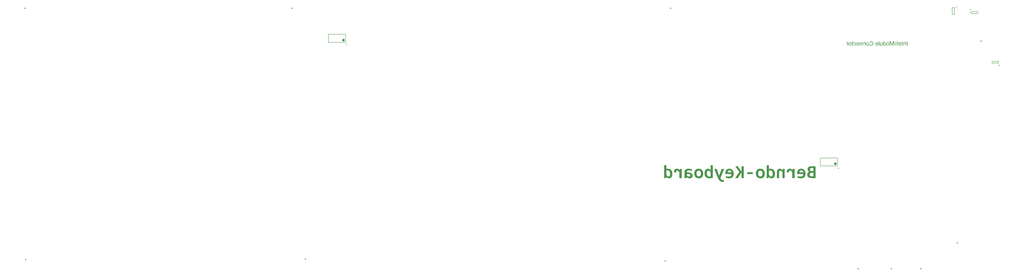
<source format=gbo>
G04*
G04 #@! TF.GenerationSoftware,Altium Limited,Altium Designer,20.0.7 (75)*
G04*
G04 Layer_Color=32896*
%FSLAX44Y44*%
%MOMM*%
G71*
G01*
G75*
%ADD20C,0.2500*%
%ADD22C,0.6000*%
%ADD70C,0.3000*%
%ADD71C,0.2000*%
G36*
X3343017Y499718D02*
X3340332Y498885D01*
X3339036Y498607D01*
X3337832Y498329D01*
X3336906Y498144D01*
X3336073Y497959D01*
X3335610Y497866D01*
X3335425D01*
X3332370Y497496D01*
X3330981Y497403D01*
X3329685Y497311D01*
X3328574Y497218D01*
X3326907D01*
X3325148Y497311D01*
X3323575Y497403D01*
X3322093Y497589D01*
X3320797Y497866D01*
X3319686Y498144D01*
X3318853Y498329D01*
X3318390Y498422D01*
X3318205Y498515D01*
X3316723Y499070D01*
X3315427Y499718D01*
X3314224Y500459D01*
X3313205Y501107D01*
X3312372Y501755D01*
X3311724Y502218D01*
X3311353Y502588D01*
X3311261Y502681D01*
X3310243Y503792D01*
X3309317Y504995D01*
X3308484Y506106D01*
X3307835Y507217D01*
X3307280Y508236D01*
X3306909Y508976D01*
X3306725Y509532D01*
X3306632Y509717D01*
X3306076Y511384D01*
X3305706Y513050D01*
X3305336Y514809D01*
X3305150Y516383D01*
X3305058Y517772D01*
Y518327D01*
X3304965Y518790D01*
Y519253D01*
Y519531D01*
Y519716D01*
Y519809D01*
Y521568D01*
X3305150Y523234D01*
X3305336Y524715D01*
X3305521Y526012D01*
X3305706Y527123D01*
X3305891Y527956D01*
X3305984Y528419D01*
X3306076Y528604D01*
X3306539Y530085D01*
X3307002Y531381D01*
X3307465Y532492D01*
X3308021Y533511D01*
X3308391Y534252D01*
X3308761Y534900D01*
X3309039Y535270D01*
X3309131Y535363D01*
X3309872Y536381D01*
X3310705Y537214D01*
X3311539Y537955D01*
X3312279Y538510D01*
X3313020Y538973D01*
X3313575Y539344D01*
X3313946Y539529D01*
X3314038Y539621D01*
X3315150Y540177D01*
X3316260Y540547D01*
X3317372Y540825D01*
X3318390Y541010D01*
X3319316Y541103D01*
X3319964Y541195D01*
X3320612D01*
X3322186Y541103D01*
X3323575Y540918D01*
X3324778Y540640D01*
X3325889Y540270D01*
X3326722Y539899D01*
X3327370Y539621D01*
X3327741Y539436D01*
X3327926Y539344D01*
X3329037Y538603D01*
X3330055Y537862D01*
X3330981Y537122D01*
X3331722Y536288D01*
X3332370Y535640D01*
X3332925Y535085D01*
X3333203Y534715D01*
X3333296Y534622D01*
X3332833Y542954D01*
Y556842D01*
X3343017D01*
Y499718D01*
D02*
G37*
G36*
X3234973Y541103D02*
X3236361Y540918D01*
X3237657Y540825D01*
X3238676Y540640D01*
X3239509Y540455D01*
X3239972Y540362D01*
X3240157D01*
X3241638Y540084D01*
X3242935Y539714D01*
X3244138Y539344D01*
X3245157Y539066D01*
X3245990Y538788D01*
X3246545Y538603D01*
X3247008Y538510D01*
X3247101Y538418D01*
Y530271D01*
X3244601Y531289D01*
X3243398Y531659D01*
X3242379Y532029D01*
X3241454Y532215D01*
X3240805Y532400D01*
X3240342Y532585D01*
X3240157D01*
X3237380Y533140D01*
X3236176Y533326D01*
X3234973Y533418D01*
X3234047Y533511D01*
X3232658D01*
X3231084Y533418D01*
X3230343Y533326D01*
X3229788Y533233D01*
X3229325Y533140D01*
X3228955Y533048D01*
X3228770Y532955D01*
X3228677D01*
X3227566Y532585D01*
X3226733Y532122D01*
X3226177Y531752D01*
X3225992Y531567D01*
X3225344Y530826D01*
X3224881Y530085D01*
X3224603Y529530D01*
X3224511Y529437D01*
Y529345D01*
X3224233Y528326D01*
X3224140Y527400D01*
X3224048Y526937D01*
Y526660D01*
Y526475D01*
Y526382D01*
Y523882D01*
X3231547D01*
X3233306Y523697D01*
X3234880Y523512D01*
X3236176Y523327D01*
X3237287Y523142D01*
X3238120Y522956D01*
X3238676Y522864D01*
X3238769Y522771D01*
X3238861D01*
X3240250Y522401D01*
X3241546Y521938D01*
X3242657Y521382D01*
X3243583Y520920D01*
X3244323Y520549D01*
X3244879Y520179D01*
X3245249Y519994D01*
X3245342Y519901D01*
X3246268Y519253D01*
X3247008Y518512D01*
X3247749Y517772D01*
X3248212Y517031D01*
X3248675Y516476D01*
X3248953Y516013D01*
X3249138Y515642D01*
X3249230Y515550D01*
X3249601Y514624D01*
X3249879Y513605D01*
X3250156Y512680D01*
X3250249Y511846D01*
X3250341Y511106D01*
X3250434Y510550D01*
Y510180D01*
Y509995D01*
X3250341Y507958D01*
X3250156Y507032D01*
X3249971Y506292D01*
X3249879Y505643D01*
X3249693Y505181D01*
X3249601Y504810D01*
Y504718D01*
X3248860Y503051D01*
X3248397Y502310D01*
X3248027Y501755D01*
X3247656Y501199D01*
X3247379Y500829D01*
X3247194Y500644D01*
X3247101Y500551D01*
X3245712Y499440D01*
X3244416Y498607D01*
X3243860Y498329D01*
X3243398Y498144D01*
X3243120Y497959D01*
X3243027D01*
X3241083Y497403D01*
X3240065Y497218D01*
X3239231Y497126D01*
X3238398D01*
X3237843Y497033D01*
X3237287D01*
X3235528Y497126D01*
X3234787Y497218D01*
X3234047Y497311D01*
X3233491D01*
X3233121Y497403D01*
X3232843Y497496D01*
X3232751D01*
X3231269Y497866D01*
X3230621Y498144D01*
X3229973Y498329D01*
X3229510Y498515D01*
X3229140Y498700D01*
X3228955Y498792D01*
X3228862D01*
X3227658Y499533D01*
X3226640Y500181D01*
X3226270Y500459D01*
X3225992Y500644D01*
X3225807Y500737D01*
X3225714Y500829D01*
X3224603Y501755D01*
X3223677Y502588D01*
X3223400Y502958D01*
X3223122Y503144D01*
X3222937Y503329D01*
X3222844Y503421D01*
X3222659Y497959D01*
X3213864D01*
Y526845D01*
Y528141D01*
X3214049Y529345D01*
X3214234Y530363D01*
X3214419Y531289D01*
X3214604Y532029D01*
X3214789Y532585D01*
X3214882Y532955D01*
X3214975Y533048D01*
X3215438Y533974D01*
X3215901Y534900D01*
X3216456Y535640D01*
X3217011Y536288D01*
X3217474Y536751D01*
X3217845Y537214D01*
X3218122Y537399D01*
X3218215Y537492D01*
X3219048Y538140D01*
X3219974Y538695D01*
X3220900Y539158D01*
X3221826Y539621D01*
X3222567Y539899D01*
X3223214Y540084D01*
X3223585Y540269D01*
X3223770D01*
X3225066Y540547D01*
X3226455Y540825D01*
X3227751Y541010D01*
X3229047Y541103D01*
X3230158Y541195D01*
X3233399D01*
X3234973Y541103D01*
D02*
G37*
G36*
X3484299Y497959D02*
X3473837D01*
Y524253D01*
X3457542Y497959D01*
X3444303Y497959D01*
X3463745Y526382D01*
X3445229Y552398D01*
X3457635Y552398D01*
X3473837Y527493D01*
Y552398D01*
X3484299D01*
Y497959D01*
D02*
G37*
G36*
X3526146Y516105D02*
X3500223D01*
Y525178D01*
X3526146D01*
Y516105D01*
D02*
G37*
G36*
X3378013Y497959D02*
X3378661Y496570D01*
X3379217Y495459D01*
X3379495Y495089D01*
X3379680Y494719D01*
X3379772Y494534D01*
X3379865Y494441D01*
X3380698Y493330D01*
X3381439Y492404D01*
X3381717Y492034D01*
X3381994Y491756D01*
X3382087Y491663D01*
X3382180Y491571D01*
X3383198Y490738D01*
X3384031Y490182D01*
X3384402Y489997D01*
X3384679Y489812D01*
X3384865Y489719D01*
X3384957D01*
X3386068Y489256D01*
X3387086Y489071D01*
X3387549Y488979D01*
X3388660D01*
X3389123Y489071D01*
X3390049D01*
X3390512Y489164D01*
X3390975D01*
X3391530Y489256D01*
X3391901D01*
X3392271Y489349D01*
X3392364D01*
X3392827Y489441D01*
X3393475D01*
Y480924D01*
X3392549Y480831D01*
X3391716Y480739D01*
X3391160Y480646D01*
X3390975D01*
X3390142Y480553D01*
X3389401Y480461D01*
X3388660D01*
X3387086Y480553D01*
X3385605Y480739D01*
X3384216Y480924D01*
X3383105Y481202D01*
X3382087Y481479D01*
X3381439Y481757D01*
X3380976Y481850D01*
X3380791Y481942D01*
X3379495Y482498D01*
X3378291Y483146D01*
X3377180Y483886D01*
X3376254Y484534D01*
X3375514Y485183D01*
X3374865Y485645D01*
X3374495Y486016D01*
X3374402Y486108D01*
X3373384Y487219D01*
X3372366Y488330D01*
X3371440Y489534D01*
X3370699Y490645D01*
X3370051Y491571D01*
X3369588Y492404D01*
X3369218Y492867D01*
X3369125Y493052D01*
X3368199Y494626D01*
X3367366Y496292D01*
X3366626Y497866D01*
X3365885Y499348D01*
X3365329Y500644D01*
X3364867Y501662D01*
X3364681Y502033D01*
X3364589Y502310D01*
X3364496Y502496D01*
Y502588D01*
X3349683Y540270D01*
X3360608D01*
X3369496Y515920D01*
X3372088Y508513D01*
X3374680Y516198D01*
X3383568Y540270D01*
X3394863D01*
X3378013Y497959D01*
D02*
G37*
G36*
X3748808Y541103D02*
X3750382Y540918D01*
X3751771Y540640D01*
X3752975Y540362D01*
X3753993Y540084D01*
X3754734Y539807D01*
X3755197Y539622D01*
X3755381Y539529D01*
X3756678Y538881D01*
X3757881Y538047D01*
X3758992Y537307D01*
X3759918Y536566D01*
X3760659Y535826D01*
X3761214Y535270D01*
X3761585Y534900D01*
X3761677Y534807D01*
X3762603Y533604D01*
X3763344Y532400D01*
X3764084Y531196D01*
X3764640Y530085D01*
X3765103Y529067D01*
X3765381Y528326D01*
X3765566Y527771D01*
X3765658Y527678D01*
Y527586D01*
X3766121Y526012D01*
X3766492Y524345D01*
X3766677Y522771D01*
X3766862Y521383D01*
X3766955Y520086D01*
X3767047Y519068D01*
Y518698D01*
Y518512D01*
Y518327D01*
Y518235D01*
X3766955Y516383D01*
X3766862Y514624D01*
X3766584Y513050D01*
X3766306Y511754D01*
X3766121Y510643D01*
X3765844Y509810D01*
X3765751Y509254D01*
X3765658Y509162D01*
Y509069D01*
X3765103Y507680D01*
X3764455Y506384D01*
X3763714Y505181D01*
X3763066Y504255D01*
X3762510Y503422D01*
X3762048Y502866D01*
X3761677Y502496D01*
X3761585Y502403D01*
X3760566Y501477D01*
X3759455Y500644D01*
X3758344Y499903D01*
X3757326Y499348D01*
X3756400Y498885D01*
X3755752Y498607D01*
X3755289Y498422D01*
X3755104Y498329D01*
X3753622Y497867D01*
X3752141Y497589D01*
X3750660Y497311D01*
X3749364Y497218D01*
X3748160Y497126D01*
X3747234Y497033D01*
X3745012D01*
X3743716Y497126D01*
X3743253D01*
X3742883Y497218D01*
X3742513D01*
X3741031Y497404D01*
X3740291D01*
X3739735Y497496D01*
X3739180Y497589D01*
X3738809Y497681D01*
X3738439D01*
X3736958Y497867D01*
X3736310Y497959D01*
X3735754Y498052D01*
X3735198Y498144D01*
X3734828Y498237D01*
X3734550D01*
X3733162Y498515D01*
X3732051Y498885D01*
X3731588Y498978D01*
X3731217Y499070D01*
X3731032Y499163D01*
X3730940D01*
Y507217D01*
X3732328Y506847D01*
X3733717Y506477D01*
X3734921Y506199D01*
X3736032Y506014D01*
X3736958Y505829D01*
X3737606Y505736D01*
X3738069Y505644D01*
X3738254D01*
X3739550Y505458D01*
X3740753Y505366D01*
X3741865Y505273D01*
X3742883D01*
X3743716Y505181D01*
X3744827D01*
X3746679Y505273D01*
X3747512Y505458D01*
X3748253Y505551D01*
X3748901Y505736D01*
X3749364Y505829D01*
X3749641Y505921D01*
X3749734D01*
X3751216Y506569D01*
X3751863Y506940D01*
X3752419Y507310D01*
X3752789Y507588D01*
X3753159Y507865D01*
X3753345Y507958D01*
X3753437Y508051D01*
X3754456Y509254D01*
X3755197Y510365D01*
X3755474Y510828D01*
X3755659Y511199D01*
X3755844Y511476D01*
Y511569D01*
X3756307Y513235D01*
X3756493Y514068D01*
X3756585Y514902D01*
Y515550D01*
X3756678Y516105D01*
Y516476D01*
Y516568D01*
X3728903Y516568D01*
X3728810Y517679D01*
Y518605D01*
X3728718Y519068D01*
Y519346D01*
Y519531D01*
Y519623D01*
X3728625Y520734D01*
Y521568D01*
Y522123D01*
Y522308D01*
X3728718Y523790D01*
X3728810Y525271D01*
X3728995Y526567D01*
X3729273Y527678D01*
X3729551Y528604D01*
X3729736Y529345D01*
X3729829Y529715D01*
X3729921Y529900D01*
X3730384Y531104D01*
X3730940Y532307D01*
X3731588Y533326D01*
X3732143Y534159D01*
X3732606Y534900D01*
X3733069Y535363D01*
X3733347Y535733D01*
X3733439Y535826D01*
X3734365Y536751D01*
X3735291Y537492D01*
X3736310Y538140D01*
X3737235Y538696D01*
X3738069Y539159D01*
X3738717Y539436D01*
X3739087Y539621D01*
X3739272Y539714D01*
X3740568Y540177D01*
X3741957Y540547D01*
X3743253Y540825D01*
X3744457Y541010D01*
X3745568Y541103D01*
X3746401Y541195D01*
X3747142D01*
X3748808Y541103D01*
D02*
G37*
G36*
X3420231Y541103D02*
X3421805Y540918D01*
X3423194Y540640D01*
X3424397Y540362D01*
X3425416Y540084D01*
X3426156Y539807D01*
X3426619Y539621D01*
X3426805Y539529D01*
X3428101Y538881D01*
X3429304Y538047D01*
X3430415Y537307D01*
X3431341Y536566D01*
X3432082Y535826D01*
X3432637Y535270D01*
X3433008Y534900D01*
X3433100Y534807D01*
X3434026Y533604D01*
X3434767Y532400D01*
X3435507Y531196D01*
X3436063Y530085D01*
X3436526Y529067D01*
X3436804Y528326D01*
X3436989Y527771D01*
X3437081Y527678D01*
Y527586D01*
X3437544Y526012D01*
X3437914Y524345D01*
X3438100Y522771D01*
X3438285Y521382D01*
X3438377Y520086D01*
X3438470Y519068D01*
Y518698D01*
Y518512D01*
Y518327D01*
Y518235D01*
X3438377Y516383D01*
X3438285Y514624D01*
X3438007Y513050D01*
X3437729Y511754D01*
X3437544Y510643D01*
X3437267Y509810D01*
X3437174Y509254D01*
X3437081Y509162D01*
Y509069D01*
X3436526Y507680D01*
X3435878Y506384D01*
X3435137Y505181D01*
X3434489Y504255D01*
X3433933Y503421D01*
X3433470Y502866D01*
X3433100Y502496D01*
X3433008Y502403D01*
X3431989Y501477D01*
X3430878Y500644D01*
X3429767Y499903D01*
X3428749Y499348D01*
X3427823Y498885D01*
X3427175Y498607D01*
X3426712Y498422D01*
X3426527Y498329D01*
X3425045Y497866D01*
X3423564Y497589D01*
X3422083Y497311D01*
X3420787Y497218D01*
X3419583Y497126D01*
X3418657Y497033D01*
X3416435D01*
X3415139Y497126D01*
X3414676D01*
X3414306Y497218D01*
X3413936D01*
X3412454Y497403D01*
X3411714D01*
X3411158Y497496D01*
X3410602Y497589D01*
X3410232Y497681D01*
X3409862D01*
X3408380Y497866D01*
X3407733Y497959D01*
X3407177Y498052D01*
X3406621Y498144D01*
X3406251Y498237D01*
X3405974D01*
X3404585Y498515D01*
X3403474Y498885D01*
X3403011Y498977D01*
X3402640Y499070D01*
X3402455Y499163D01*
X3402363D01*
Y507217D01*
X3403752Y506847D01*
X3405140Y506477D01*
X3406344Y506199D01*
X3407455Y506014D01*
X3408380Y505829D01*
X3409029Y505736D01*
X3409492Y505643D01*
X3409677D01*
X3410973Y505458D01*
X3412177Y505366D01*
X3413287Y505273D01*
X3414306D01*
X3415139Y505181D01*
X3416250D01*
X3418102Y505273D01*
X3418935Y505458D01*
X3419676Y505551D01*
X3420324Y505736D01*
X3420787Y505829D01*
X3421064Y505921D01*
X3421157D01*
X3422638Y506569D01*
X3423286Y506940D01*
X3423842Y507310D01*
X3424212Y507588D01*
X3424583Y507865D01*
X3424768Y507958D01*
X3424860Y508051D01*
X3425879Y509254D01*
X3426619Y510365D01*
X3426897Y510828D01*
X3427082Y511198D01*
X3427267Y511476D01*
Y511569D01*
X3427730Y513235D01*
X3427916Y514068D01*
X3428008Y514902D01*
Y515550D01*
X3428101Y516105D01*
Y516476D01*
Y516568D01*
X3400326D01*
X3400233Y517679D01*
Y518605D01*
X3400141Y519068D01*
Y519346D01*
Y519531D01*
Y519623D01*
X3400048Y520734D01*
Y521568D01*
Y522123D01*
Y522308D01*
X3400141Y523790D01*
X3400233Y525271D01*
X3400418Y526567D01*
X3400696Y527678D01*
X3400974Y528604D01*
X3401159Y529345D01*
X3401252Y529715D01*
X3401344Y529900D01*
X3401807Y531104D01*
X3402363Y532307D01*
X3403011Y533326D01*
X3403566Y534159D01*
X3404029Y534900D01*
X3404492Y535363D01*
X3404770Y535733D01*
X3404862Y535826D01*
X3405788Y536751D01*
X3406714Y537492D01*
X3407733Y538140D01*
X3408658Y538695D01*
X3409492Y539159D01*
X3410139Y539436D01*
X3410510Y539621D01*
X3410695Y539714D01*
X3411991Y540177D01*
X3413380Y540547D01*
X3414676Y540825D01*
X3415880Y541010D01*
X3416991Y541103D01*
X3417824Y541195D01*
X3418564D01*
X3420231Y541103D01*
D02*
G37*
G36*
X3812876Y497959D02*
X3796303D01*
X3794359Y498052D01*
X3792600Y498144D01*
X3790934Y498329D01*
X3789360Y498607D01*
X3787878Y498885D01*
X3786582Y499255D01*
X3785378Y499626D01*
X3784268Y500089D01*
X3783342Y500459D01*
X3782509Y500829D01*
X3781768Y501199D01*
X3781212Y501477D01*
X3780749Y501755D01*
X3780471Y501940D01*
X3780286Y502125D01*
X3780194D01*
X3779175Y502959D01*
X3778342Y503884D01*
X3777602Y504810D01*
X3776953Y505829D01*
X3776398Y506847D01*
X3775935Y507958D01*
X3775287Y509902D01*
X3774824Y511754D01*
X3774731Y512587D01*
X3774639Y513235D01*
X3774546Y513791D01*
Y514254D01*
Y514532D01*
Y514624D01*
X3774639Y516476D01*
X3774824Y517216D01*
X3774917Y517957D01*
X3775102Y518512D01*
X3775287Y518975D01*
X3775380Y519253D01*
Y519346D01*
X3776120Y520827D01*
X3776490Y521475D01*
X3776768Y522031D01*
X3777139Y522401D01*
X3777324Y522771D01*
X3777509Y522957D01*
X3777602Y523049D01*
X3778712Y524067D01*
X3779731Y524901D01*
X3780194Y525178D01*
X3780564Y525364D01*
X3780749Y525549D01*
X3780842D01*
X3782231Y526197D01*
X3783434Y526660D01*
X3783990Y526752D01*
X3784360Y526845D01*
X3784638Y526938D01*
X3784731D01*
X3783342Y527493D01*
X3782693Y527771D01*
X3782231Y528141D01*
X3781768Y528419D01*
X3781490Y528604D01*
X3781305Y528697D01*
X3781212Y528789D01*
X3780194Y529808D01*
X3779361Y530733D01*
X3779083Y531196D01*
X3778898Y531474D01*
X3778712Y531659D01*
Y531752D01*
X3778064Y533048D01*
X3777602Y534159D01*
X3777416Y534622D01*
X3777324Y534992D01*
X3777231Y535177D01*
Y535270D01*
X3776861Y536751D01*
X3776768Y537955D01*
X3776676Y538511D01*
Y538881D01*
Y539159D01*
Y539251D01*
X3776768Y540455D01*
X3776861Y541566D01*
X3777416Y543602D01*
X3778157Y545269D01*
X3778990Y546658D01*
X3779916Y547676D01*
X3780657Y548417D01*
X3781212Y548880D01*
X3781305Y549065D01*
X3781397D01*
X3782323Y549620D01*
X3783342Y550176D01*
X3785471Y551009D01*
X3787786Y551565D01*
X3790100Y552028D01*
X3791118Y552120D01*
X3792137Y552213D01*
X3792970Y552305D01*
X3793803D01*
X3794359Y552398D01*
X3812876D01*
Y497959D01*
D02*
G37*
G36*
X3695851Y541103D02*
X3696591Y541010D01*
X3697147Y540918D01*
X3697702Y540825D01*
X3698073Y540732D01*
X3698351Y540640D01*
X3698443D01*
X3699832Y540177D01*
X3700943Y539714D01*
X3701406Y539529D01*
X3701776Y539344D01*
X3701961Y539251D01*
X3702054Y539159D01*
X3703165Y538418D01*
X3704091Y537677D01*
X3704461Y537399D01*
X3704739Y537122D01*
X3704831Y537029D01*
X3704924Y536936D01*
X3705850Y535918D01*
X3706590Y534992D01*
X3706868Y534622D01*
X3707053Y534344D01*
X3707146Y534159D01*
X3707238Y534066D01*
X3707701Y540270D01*
X3716867D01*
Y497959D01*
X3706405D01*
Y524716D01*
X3705387Y526197D01*
X3704461Y527401D01*
X3703535Y528419D01*
X3702794Y529252D01*
X3702146Y529900D01*
X3701591Y530363D01*
X3701313Y530641D01*
X3701220Y530733D01*
X3700295Y531381D01*
X3699461Y531844D01*
X3698721Y532215D01*
X3697980Y532400D01*
X3697425Y532585D01*
X3696962Y532678D01*
X3696591D01*
X3695666Y532585D01*
X3694925Y532400D01*
X3694462Y532215D01*
X3694277Y532122D01*
X3693629Y531659D01*
X3693073Y531196D01*
X3692703Y530733D01*
X3692610Y530641D01*
Y530548D01*
X3692148Y529622D01*
X3691777Y528789D01*
X3691685Y528326D01*
Y528049D01*
X3691592Y527863D01*
Y527771D01*
X3691407Y526475D01*
X3691314Y525178D01*
Y524623D01*
Y524160D01*
Y523882D01*
Y523790D01*
X3681130D01*
Y525364D01*
X3681223Y526752D01*
X3681315Y528049D01*
X3681501Y529160D01*
X3681593Y530085D01*
X3681778Y530733D01*
X3681871Y531104D01*
Y531289D01*
X3682241Y532492D01*
X3682611Y533511D01*
X3682982Y534529D01*
X3683445Y535270D01*
X3683815Y535918D01*
X3684093Y536381D01*
X3684278Y536659D01*
X3684370Y536751D01*
X3685019Y537492D01*
X3685759Y538233D01*
X3686407Y538788D01*
X3687055Y539251D01*
X3687611Y539621D01*
X3688074Y539899D01*
X3688444Y539992D01*
X3688537Y540084D01*
X3689463Y540455D01*
X3690388Y540732D01*
X3691407Y540918D01*
X3692240Y541103D01*
X3693073D01*
X3693629Y541195D01*
X3694184D01*
X3695851Y541103D01*
D02*
G37*
G36*
X3650855D02*
X3651504Y541010D01*
X3652151Y540918D01*
X3652614Y540825D01*
X3652985Y540732D01*
X3653263Y540640D01*
X3653355D01*
X3654651Y540177D01*
X3655762Y539714D01*
X3656225Y539529D01*
X3656595Y539344D01*
X3656781Y539251D01*
X3656873Y539159D01*
X3658077Y538418D01*
X3659003Y537677D01*
X3659373Y537399D01*
X3659651Y537122D01*
X3659836Y537029D01*
X3659929Y536936D01*
X3660947Y535918D01*
X3661780Y534992D01*
X3662151Y534529D01*
X3662428Y534252D01*
X3662521Y534066D01*
X3662614Y533974D01*
X3662798Y540270D01*
X3671594D01*
Y497959D01*
X3661410D01*
Y524716D01*
X3660484Y526012D01*
X3659558Y527123D01*
X3658725Y528049D01*
X3657984Y528882D01*
X3657336Y529530D01*
X3656873Y529993D01*
X3656595Y530271D01*
X3656503Y530363D01*
X3655577Y531104D01*
X3654744Y531567D01*
X3653818Y531937D01*
X3653077Y532215D01*
X3652429Y532400D01*
X3651966Y532492D01*
X3651504D01*
X3650578Y532400D01*
X3649744Y532215D01*
X3649096Y531844D01*
X3648541Y531381D01*
X3647615Y530271D01*
X3646967Y528974D01*
X3646597Y527678D01*
X3646411Y526567D01*
X3646319Y526104D01*
Y525734D01*
Y525549D01*
Y525456D01*
Y497959D01*
X3636135D01*
Y526289D01*
Y527493D01*
X3636227Y528697D01*
X3636412Y529715D01*
X3636505Y530641D01*
X3636690Y531381D01*
X3636875Y531937D01*
X3636968Y532307D01*
Y532400D01*
X3637338Y533418D01*
X3637709Y534344D01*
X3638079Y535085D01*
X3638542Y535826D01*
X3638912Y536381D01*
X3639190Y536751D01*
X3639375Y537029D01*
X3639468Y537122D01*
X3640764Y538418D01*
X3642060Y539344D01*
X3642615Y539621D01*
X3643078Y539899D01*
X3643356Y540084D01*
X3643449D01*
X3644375Y540455D01*
X3645393Y540732D01*
X3646319Y540918D01*
X3647245Y541103D01*
X3647985D01*
X3648633Y541195D01*
X3649189D01*
X3650855Y541103D01*
D02*
G37*
G36*
X3179515Y541103D02*
X3180256Y541010D01*
X3180811Y540918D01*
X3181367Y540825D01*
X3181737Y540732D01*
X3182015Y540640D01*
X3182108D01*
X3183496Y540177D01*
X3184608Y539714D01*
X3185070Y539529D01*
X3185441Y539344D01*
X3185626Y539251D01*
X3185718Y539158D01*
X3186830Y538418D01*
X3187755Y537677D01*
X3188126Y537399D01*
X3188403Y537122D01*
X3188496Y537029D01*
X3188589Y536936D01*
X3189514Y535918D01*
X3190255Y534992D01*
X3190533Y534622D01*
X3190718Y534344D01*
X3190811Y534159D01*
X3190903Y534066D01*
X3191366Y540269D01*
X3200532D01*
Y497959D01*
X3190070D01*
Y524715D01*
X3189052Y526197D01*
X3188126Y527400D01*
X3187200Y528419D01*
X3186459Y529252D01*
X3185811Y529900D01*
X3185255Y530363D01*
X3184978Y530641D01*
X3184885Y530733D01*
X3183959Y531381D01*
X3183126Y531844D01*
X3182385Y532215D01*
X3181645Y532400D01*
X3181089Y532585D01*
X3180626Y532678D01*
X3180256D01*
X3179330Y532585D01*
X3178589Y532400D01*
X3178127Y532215D01*
X3177941Y532122D01*
X3177293Y531659D01*
X3176738Y531196D01*
X3176367Y530733D01*
X3176275Y530641D01*
Y530548D01*
X3175812Y529622D01*
X3175442Y528789D01*
X3175349Y528326D01*
Y528049D01*
X3175256Y527863D01*
Y527771D01*
X3175071Y526475D01*
X3174979Y525178D01*
Y524623D01*
Y524160D01*
Y523882D01*
Y523790D01*
X3164795D01*
Y525364D01*
X3164887Y526752D01*
X3164980Y528049D01*
X3165165Y529160D01*
X3165258Y530085D01*
X3165443Y530733D01*
X3165535Y531104D01*
Y531289D01*
X3165905Y532492D01*
X3166276Y533511D01*
X3166646Y534529D01*
X3167109Y535270D01*
X3167480Y535918D01*
X3167757Y536381D01*
X3167943Y536659D01*
X3168035Y536751D01*
X3168683Y537492D01*
X3169424Y538233D01*
X3170072Y538788D01*
X3170720Y539251D01*
X3171275Y539621D01*
X3171738Y539899D01*
X3172109Y539992D01*
X3172201Y540084D01*
X3173127Y540455D01*
X3174053Y540732D01*
X3175071Y540918D01*
X3175905Y541103D01*
X3176738D01*
X3177293Y541195D01*
X3177849D01*
X3179515Y541103D01*
D02*
G37*
G36*
X3599472Y540270D02*
X3600490Y540547D01*
X3601416Y540732D01*
X3601879D01*
X3602157Y540825D01*
X3602434D01*
X3603546Y541010D01*
X3604564Y541103D01*
X3605582D01*
X3607341Y541010D01*
X3608915Y540918D01*
X3610397Y540640D01*
X3611693Y540455D01*
X3612804Y540177D01*
X3613544Y539899D01*
X3614100Y539807D01*
X3614193Y539714D01*
X3614285D01*
X3615766Y539159D01*
X3617063Y538510D01*
X3618266Y537770D01*
X3619285Y537029D01*
X3620118Y536474D01*
X3620673Y535918D01*
X3621136Y535548D01*
X3621229Y535455D01*
X3622247Y534344D01*
X3623173Y533233D01*
X3623914Y532030D01*
X3624562Y530919D01*
X3625117Y529900D01*
X3625488Y529160D01*
X3625673Y528604D01*
X3625765Y528512D01*
Y528419D01*
X3626321Y526752D01*
X3626691Y525086D01*
X3626969Y523327D01*
X3627154Y521753D01*
X3627247Y520364D01*
Y519809D01*
X3627339Y519346D01*
Y518883D01*
Y518605D01*
Y518420D01*
Y518327D01*
X3627247Y516568D01*
X3627154Y514902D01*
X3626969Y513328D01*
X3626784Y512032D01*
X3626599Y510921D01*
X3626506Y510180D01*
X3626321Y509624D01*
Y509532D01*
Y509439D01*
X3625858Y508051D01*
X3625395Y506754D01*
X3624932Y505644D01*
X3624469Y504625D01*
X3624006Y503884D01*
X3623636Y503236D01*
X3623451Y502866D01*
X3623358Y502773D01*
X3622525Y501755D01*
X3621692Y500922D01*
X3620951Y500181D01*
X3620118Y499626D01*
X3619470Y499163D01*
X3618914Y498792D01*
X3618544Y498607D01*
X3618451Y498515D01*
X3617340Y498052D01*
X3616137Y497681D01*
X3615026Y497404D01*
X3614007Y497218D01*
X3613081Y497126D01*
X3612433Y497033D01*
X3611785D01*
X3610119Y497126D01*
X3609471Y497218D01*
X3608823Y497311D01*
X3608360Y497404D01*
X3607897Y497496D01*
X3607712Y497589D01*
X3607619D01*
X3606323Y497959D01*
X3605212Y498422D01*
X3604749Y498700D01*
X3604471Y498792D01*
X3604286Y498978D01*
X3604194D01*
X3602990Y499718D01*
X3602064Y500459D01*
X3601694Y500737D01*
X3601416Y501014D01*
X3601231Y501107D01*
X3601138Y501199D01*
X3600120Y502218D01*
X3599194Y503236D01*
X3598916Y503607D01*
X3598639Y503884D01*
X3598453Y504070D01*
X3598361Y504162D01*
X3598176Y497959D01*
X3589288Y497959D01*
Y556842D01*
X3599472Y556842D01*
Y540270D01*
D02*
G37*
G36*
X3561513Y541103D02*
X3563179Y540918D01*
X3564661Y540640D01*
X3565957Y540362D01*
X3567068Y540084D01*
X3567901Y539807D01*
X3568364Y539621D01*
X3568549Y539529D01*
X3569938Y538881D01*
X3571141Y538140D01*
X3572253Y537399D01*
X3573178Y536659D01*
X3574012Y536011D01*
X3574567Y535455D01*
X3574937Y535085D01*
X3575030Y534992D01*
X3575956Y533881D01*
X3576789Y532678D01*
X3577530Y531474D01*
X3578085Y530363D01*
X3578548Y529437D01*
X3578918Y528697D01*
X3579104Y528141D01*
X3579196Y528049D01*
Y527956D01*
X3579659Y526382D01*
X3580029Y524808D01*
X3580215Y523327D01*
X3580400Y521938D01*
X3580492Y520642D01*
X3580585Y519716D01*
Y519346D01*
Y519068D01*
Y518975D01*
Y518883D01*
X3580492Y516939D01*
X3580400Y515087D01*
X3580215Y513420D01*
X3579937Y512032D01*
X3579659Y510828D01*
X3579474Y509995D01*
X3579381Y509439D01*
X3579289Y509347D01*
Y509254D01*
X3578733Y507773D01*
X3578085Y506477D01*
X3577437Y505273D01*
X3576789Y504347D01*
X3576234Y503514D01*
X3575771Y502866D01*
X3575400Y502496D01*
X3575308Y502403D01*
X3574289Y501477D01*
X3573271Y500644D01*
X3572160Y499903D01*
X3571141Y499348D01*
X3570308Y498885D01*
X3569660Y498607D01*
X3569197Y498422D01*
X3569012Y498329D01*
X3567623Y497867D01*
X3566142Y497589D01*
X3564753Y497311D01*
X3563365Y497218D01*
X3562253Y497126D01*
X3561420Y497033D01*
X3560587D01*
X3558735Y497126D01*
X3557069Y497311D01*
X3555587Y497496D01*
X3554291Y497867D01*
X3553273Y498144D01*
X3552440Y498329D01*
X3551977Y498515D01*
X3551792Y498607D01*
X3550403Y499255D01*
X3549107Y499996D01*
X3547996Y500737D01*
X3547070Y501477D01*
X3546237Y502125D01*
X3545681Y502681D01*
X3545311Y503051D01*
X3545218Y503144D01*
X3544292Y504347D01*
X3543459Y505551D01*
X3542719Y506662D01*
X3542163Y507865D01*
X3541700Y508791D01*
X3541422Y509624D01*
X3541237Y510087D01*
X3541144Y510273D01*
X3540681Y511847D01*
X3540311Y513420D01*
X3540034Y514994D01*
X3539848Y516383D01*
X3539756Y517679D01*
X3539663Y518605D01*
Y518975D01*
Y519253D01*
Y519346D01*
Y519438D01*
X3539756Y521382D01*
X3539848Y523142D01*
X3540126Y524715D01*
X3540311Y526104D01*
X3540589Y527215D01*
X3540867Y528049D01*
X3540959Y528604D01*
X3541052Y528789D01*
X3541607Y530271D01*
X3542256Y531567D01*
X3542904Y532678D01*
X3543552Y533696D01*
X3544107Y534529D01*
X3544570Y535085D01*
X3544940Y535455D01*
X3545033Y535548D01*
X3546051Y536566D01*
X3547070Y537399D01*
X3548181Y538047D01*
X3549107Y538696D01*
X3550032Y539159D01*
X3550681Y539436D01*
X3551143Y539621D01*
X3551329Y539714D01*
X3552717Y540177D01*
X3554199Y540547D01*
X3555587Y540825D01*
X3556884Y541010D01*
X3558087Y541103D01*
X3558921Y541195D01*
X3559754D01*
X3561513Y541103D01*
D02*
G37*
G36*
X3279875Y541103D02*
X3281542Y540918D01*
X3283023Y540640D01*
X3284319Y540362D01*
X3285430Y540084D01*
X3286263Y539807D01*
X3286726Y539621D01*
X3286912Y539529D01*
X3288300Y538881D01*
X3289504Y538140D01*
X3290615Y537399D01*
X3291541Y536659D01*
X3292374Y536011D01*
X3292929Y535455D01*
X3293300Y535085D01*
X3293392Y534992D01*
X3294318Y533881D01*
X3295151Y532678D01*
X3295892Y531474D01*
X3296448Y530363D01*
X3296911Y529437D01*
X3297281Y528697D01*
X3297466Y528141D01*
X3297559Y528049D01*
Y527956D01*
X3298022Y526382D01*
X3298392Y524808D01*
X3298577Y523327D01*
X3298762Y521938D01*
X3298855Y520642D01*
X3298947Y519716D01*
Y519346D01*
Y519068D01*
Y518975D01*
Y518883D01*
X3298855Y516939D01*
X3298762Y515087D01*
X3298577Y513420D01*
X3298299Y512032D01*
X3298022Y510828D01*
X3297836Y509995D01*
X3297744Y509439D01*
X3297651Y509347D01*
Y509254D01*
X3297096Y507773D01*
X3296448Y506477D01*
X3295800Y505273D01*
X3295151Y504347D01*
X3294596Y503514D01*
X3294133Y502866D01*
X3293763Y502496D01*
X3293670Y502403D01*
X3292652Y501477D01*
X3291633Y500644D01*
X3290522Y499903D01*
X3289504Y499348D01*
X3288671Y498885D01*
X3288022Y498607D01*
X3287560Y498422D01*
X3287375Y498329D01*
X3285986Y497866D01*
X3284504Y497589D01*
X3283116Y497311D01*
X3281727Y497218D01*
X3280616Y497126D01*
X3279783Y497033D01*
X3278950D01*
X3277098Y497126D01*
X3275431Y497311D01*
X3273950Y497496D01*
X3272654Y497866D01*
X3271635Y498144D01*
X3270802Y498329D01*
X3270339Y498515D01*
X3270154Y498607D01*
X3268765Y499255D01*
X3267469Y499996D01*
X3266358Y500737D01*
X3265432Y501477D01*
X3264599Y502125D01*
X3264044Y502681D01*
X3263673Y503051D01*
X3263581Y503144D01*
X3262655Y504347D01*
X3261822Y505551D01*
X3261081Y506662D01*
X3260526Y507865D01*
X3260063Y508791D01*
X3259785Y509624D01*
X3259600Y510087D01*
X3259507Y510272D01*
X3259044Y511846D01*
X3258674Y513420D01*
X3258396Y514994D01*
X3258211Y516383D01*
X3258118Y517679D01*
X3258026Y518605D01*
Y518975D01*
Y519253D01*
Y519346D01*
Y519438D01*
X3258118Y521382D01*
X3258211Y523142D01*
X3258488Y524715D01*
X3258674Y526104D01*
X3258951Y527215D01*
X3259229Y528049D01*
X3259322Y528604D01*
X3259414Y528789D01*
X3259970Y530271D01*
X3260618Y531567D01*
X3261266Y532678D01*
X3261914Y533696D01*
X3262470Y534529D01*
X3262933Y535085D01*
X3263303Y535455D01*
X3263395Y535548D01*
X3264414Y536566D01*
X3265432Y537399D01*
X3266543Y538047D01*
X3267469Y538695D01*
X3268395Y539158D01*
X3269043Y539436D01*
X3269506Y539621D01*
X3269691Y539714D01*
X3271080Y540177D01*
X3272561Y540547D01*
X3273950Y540825D01*
X3275246Y541010D01*
X3276450Y541103D01*
X3277283Y541195D01*
X3278116D01*
X3279875Y541103D01*
D02*
G37*
G36*
X3130076Y540269D02*
X3131094Y540547D01*
X3132020Y540732D01*
X3132483D01*
X3132761Y540825D01*
X3133039D01*
X3134150Y541010D01*
X3135168Y541103D01*
X3136187D01*
X3137946Y541010D01*
X3139519Y540918D01*
X3141001Y540640D01*
X3142297Y540455D01*
X3143408Y540177D01*
X3144149Y539899D01*
X3144704Y539807D01*
X3144797Y539714D01*
X3144889D01*
X3146371Y539158D01*
X3147667Y538510D01*
X3148871Y537770D01*
X3149889Y537029D01*
X3150722Y536474D01*
X3151277Y535918D01*
X3151740Y535548D01*
X3151833Y535455D01*
X3152851Y534344D01*
X3153777Y533233D01*
X3154518Y532029D01*
X3155166Y530919D01*
X3155721Y529900D01*
X3156092Y529159D01*
X3156277Y528604D01*
X3156370Y528511D01*
Y528419D01*
X3156925Y526752D01*
X3157296Y525086D01*
X3157573Y523327D01*
X3157758Y521753D01*
X3157851Y520364D01*
Y519809D01*
X3157943Y519346D01*
Y518883D01*
Y518605D01*
Y518420D01*
Y518327D01*
X3157851Y516568D01*
X3157758Y514902D01*
X3157573Y513328D01*
X3157388Y512032D01*
X3157203Y510921D01*
X3157110Y510180D01*
X3156925Y509624D01*
Y509532D01*
Y509439D01*
X3156462Y508050D01*
X3155999Y506754D01*
X3155536Y505643D01*
X3155074Y504625D01*
X3154611Y503884D01*
X3154240Y503236D01*
X3154055Y502866D01*
X3153962Y502773D01*
X3153129Y501755D01*
X3152296Y500922D01*
X3151555Y500181D01*
X3150722Y499626D01*
X3150074Y499163D01*
X3149518Y498792D01*
X3149148Y498607D01*
X3149055Y498515D01*
X3147945Y498052D01*
X3146741Y497681D01*
X3145630Y497403D01*
X3144612Y497218D01*
X3143686Y497126D01*
X3143038Y497033D01*
X3142390D01*
X3140723Y497126D01*
X3140075Y497218D01*
X3139427Y497311D01*
X3138964Y497403D01*
X3138501Y497496D01*
X3138316Y497589D01*
X3138223D01*
X3136927Y497959D01*
X3135816Y498422D01*
X3135353Y498700D01*
X3135075Y498792D01*
X3134890Y498977D01*
X3134798D01*
X3133594Y499718D01*
X3132668Y500459D01*
X3132298Y500737D01*
X3132020Y501014D01*
X3131835Y501107D01*
X3131743Y501199D01*
X3130724Y502218D01*
X3129798Y503236D01*
X3129521Y503606D01*
X3129243Y503884D01*
X3129058Y504070D01*
X3128965Y504162D01*
X3128780Y497959D01*
X3119892D01*
Y556842D01*
X3130076D01*
Y540269D01*
D02*
G37*
G36*
X4177260Y1121416D02*
X4174900D01*
Y1124109D01*
X4177260D01*
Y1121416D01*
D02*
G37*
G36*
X4171069Y1104898D02*
X4168626D01*
Y1121250D01*
X4163074Y1104898D01*
X4160797D01*
X4155189Y1120972D01*
Y1104898D01*
X4152746D01*
Y1124109D01*
X4156161D01*
X4160769Y1110728D01*
X4161019Y1110006D01*
X4161214Y1109395D01*
X4161408Y1108868D01*
X4161547Y1108424D01*
X4161658Y1108091D01*
X4161741Y1107841D01*
X4161769Y1107702D01*
X4161797Y1107646D01*
X4161908Y1108035D01*
X4162047Y1108479D01*
X4162213Y1108951D01*
X4162352Y1109423D01*
X4162491Y1109840D01*
X4162602Y1110173D01*
X4162657Y1110312D01*
X4162685Y1110395D01*
X4162713Y1110450D01*
Y1110478D01*
X4167266Y1124109D01*
X4171069D01*
Y1104898D01*
D02*
G37*
G36*
X4211213Y1122277D02*
Y1118835D01*
X4212962D01*
Y1117002D01*
X4211213D01*
Y1108951D01*
Y1108562D01*
Y1108229D01*
X4211186Y1107924D01*
X4211158Y1107619D01*
Y1107369D01*
X4211130Y1107147D01*
X4211075Y1106786D01*
X4211019Y1106508D01*
X4210991Y1106314D01*
X4210936Y1106203D01*
Y1106175D01*
X4210825Y1105925D01*
X4210658Y1105731D01*
X4210492Y1105536D01*
X4210353Y1105398D01*
X4210186Y1105259D01*
X4210075Y1105175D01*
X4209992Y1105120D01*
X4209964Y1105092D01*
X4209659Y1104953D01*
X4209353Y1104870D01*
X4209020Y1104787D01*
X4208687Y1104759D01*
X4208409Y1104731D01*
X4208187Y1104704D01*
X4207965D01*
X4207354Y1104731D01*
X4207049Y1104759D01*
X4206771Y1104815D01*
X4206522Y1104842D01*
X4206327Y1104870D01*
X4206216Y1104898D01*
X4206161D01*
X4206466Y1106980D01*
X4206688Y1106952D01*
X4206910Y1106925D01*
X4207104D01*
X4207243Y1106897D01*
X4207521D01*
X4207882Y1106925D01*
X4208132Y1106980D01*
X4208271Y1107036D01*
X4208326Y1107063D01*
X4208521Y1107202D01*
X4208631Y1107341D01*
X4208715Y1107452D01*
X4208742Y1107507D01*
X4208770Y1107646D01*
X4208798Y1107841D01*
X4208826Y1108285D01*
X4208853Y1108479D01*
Y1108646D01*
Y1108757D01*
Y1108812D01*
Y1117002D01*
X4206466D01*
Y1118835D01*
X4208853D01*
Y1123693D01*
X4211213Y1122277D01*
D02*
G37*
G36*
X3982786Y1122277D02*
Y1118835D01*
X3984535D01*
Y1117002D01*
X3982786D01*
Y1108951D01*
Y1108562D01*
Y1108229D01*
X3982758Y1107924D01*
X3982730Y1107618D01*
Y1107369D01*
X3982703Y1107147D01*
X3982647Y1106786D01*
X3982592Y1106508D01*
X3982564Y1106314D01*
X3982508Y1106203D01*
Y1106175D01*
X3982397Y1105925D01*
X3982231Y1105731D01*
X3982064Y1105536D01*
X3981925Y1105398D01*
X3981759Y1105259D01*
X3981648Y1105175D01*
X3981564Y1105120D01*
X3981537Y1105092D01*
X3981231Y1104953D01*
X3980926Y1104870D01*
X3980593Y1104787D01*
X3980260Y1104759D01*
X3979982Y1104731D01*
X3979760Y1104704D01*
X3979538D01*
X3978927Y1104731D01*
X3978622Y1104759D01*
X3978344Y1104815D01*
X3978094Y1104842D01*
X3977900Y1104870D01*
X3977789Y1104898D01*
X3977733D01*
X3978039Y1106980D01*
X3978261Y1106952D01*
X3978483Y1106925D01*
X3978677D01*
X3978816Y1106897D01*
X3979094D01*
X3979454Y1106925D01*
X3979704Y1106980D01*
X3979843Y1107036D01*
X3979899Y1107063D01*
X3980093Y1107202D01*
X3980204Y1107341D01*
X3980287Y1107452D01*
X3980315Y1107507D01*
X3980343Y1107646D01*
X3980370Y1107841D01*
X3980398Y1108285D01*
X3980426Y1108479D01*
Y1108646D01*
Y1108757D01*
Y1108812D01*
Y1117002D01*
X3978039D01*
Y1118835D01*
X3980426D01*
Y1123693D01*
X3982786Y1122277D01*
D02*
G37*
G36*
X4068044Y1124387D02*
X4068932Y1124248D01*
X4069709Y1124081D01*
X4070070Y1123970D01*
X4070403Y1123859D01*
X4070709Y1123748D01*
X4070986Y1123637D01*
X4071208Y1123554D01*
X4071431Y1123471D01*
X4071570Y1123388D01*
X4071681Y1123332D01*
X4071764Y1123304D01*
X4071791Y1123276D01*
X4072541Y1122804D01*
X4073180Y1122249D01*
X4073735Y1121694D01*
X4074207Y1121139D01*
X4074568Y1120639D01*
X4074707Y1120417D01*
X4074818Y1120223D01*
X4074929Y1120084D01*
X4074984Y1119973D01*
X4075012Y1119890D01*
X4075040Y1119862D01*
X4075428Y1119001D01*
X4075706Y1118113D01*
X4075900Y1117224D01*
X4076039Y1116419D01*
X4076095Y1116058D01*
X4076122Y1115697D01*
X4076150Y1115420D01*
Y1115142D01*
X4076178Y1114948D01*
Y1114781D01*
Y1114670D01*
Y1114642D01*
X4076122Y1113643D01*
X4076011Y1112671D01*
X4075872Y1111811D01*
X4075761Y1111394D01*
X4075678Y1111033D01*
X4075595Y1110700D01*
X4075484Y1110395D01*
X4075401Y1110117D01*
X4075345Y1109895D01*
X4075262Y1109728D01*
X4075234Y1109590D01*
X4075179Y1109506D01*
Y1109479D01*
X4074762Y1108646D01*
X4074290Y1107896D01*
X4073790Y1107258D01*
X4073541Y1107008D01*
X4073318Y1106758D01*
X4073096Y1106536D01*
X4072874Y1106341D01*
X4072680Y1106175D01*
X4072513Y1106064D01*
X4072402Y1105953D01*
X4072291Y1105870D01*
X4072236Y1105842D01*
X4072208Y1105814D01*
X4071819Y1105592D01*
X4071431Y1105398D01*
X4070598Y1105092D01*
X4069765Y1104870D01*
X4068960Y1104731D01*
X4068571Y1104676D01*
X4068238Y1104620D01*
X4067933Y1104593D01*
X4067683D01*
X4067461Y1104565D01*
X4067155D01*
X4066600Y1104593D01*
X4066072Y1104648D01*
X4065573Y1104704D01*
X4065101Y1104815D01*
X4064657Y1104953D01*
X4064240Y1105092D01*
X4063852Y1105231D01*
X4063491Y1105398D01*
X4063185Y1105536D01*
X4062880Y1105675D01*
X4062658Y1105814D01*
X4062436Y1105953D01*
X4062297Y1106064D01*
X4062158Y1106119D01*
X4062102Y1106175D01*
X4062075Y1106203D01*
X4061686Y1106536D01*
X4061353Y1106869D01*
X4061048Y1107258D01*
X4060742Y1107646D01*
X4060243Y1108424D01*
X4059854Y1109201D01*
X4059687Y1109562D01*
X4059548Y1109895D01*
X4059437Y1110200D01*
X4059354Y1110450D01*
X4059271Y1110672D01*
X4059215Y1110839D01*
X4059188Y1110950D01*
Y1110978D01*
X4061742Y1111616D01*
X4061853Y1111172D01*
X4061992Y1110756D01*
X4062130Y1110367D01*
X4062269Y1110006D01*
X4062436Y1109673D01*
X4062602Y1109395D01*
X4062797Y1109118D01*
X4062963Y1108868D01*
X4063102Y1108646D01*
X4063268Y1108479D01*
X4063407Y1108313D01*
X4063518Y1108174D01*
X4063629Y1108091D01*
X4063713Y1108007D01*
X4063741Y1107980D01*
X4063768Y1107952D01*
X4064046Y1107730D01*
X4064351Y1107563D01*
X4064962Y1107258D01*
X4065545Y1107036D01*
X4066128Y1106897D01*
X4066628Y1106786D01*
X4066822Y1106758D01*
X4067016D01*
X4067183Y1106730D01*
X4067377D01*
X4068016Y1106758D01*
X4068627Y1106869D01*
X4069182Y1107008D01*
X4069682Y1107174D01*
X4070070Y1107341D01*
X4070237Y1107424D01*
X4070376Y1107480D01*
X4070487Y1107535D01*
X4070570Y1107591D01*
X4070626Y1107619D01*
X4070653D01*
X4071181Y1108007D01*
X4071625Y1108424D01*
X4072014Y1108896D01*
X4072319Y1109340D01*
X4072569Y1109728D01*
X4072735Y1110062D01*
X4072791Y1110200D01*
X4072846Y1110284D01*
X4072874Y1110339D01*
Y1110367D01*
X4073096Y1111089D01*
X4073263Y1111811D01*
X4073402Y1112533D01*
X4073485Y1113199D01*
X4073513Y1113504D01*
X4073541Y1113782D01*
Y1114032D01*
X4073568Y1114226D01*
Y1114392D01*
Y1114531D01*
Y1114615D01*
Y1114642D01*
X4073541Y1115364D01*
X4073485Y1116031D01*
X4073374Y1116641D01*
X4073263Y1117197D01*
X4073180Y1117669D01*
X4073124Y1117863D01*
X4073069Y1118029D01*
X4073041Y1118168D01*
X4073013Y1118251D01*
X4072985Y1118307D01*
Y1118335D01*
X4072708Y1118973D01*
X4072402Y1119556D01*
X4072069Y1120028D01*
X4071708Y1120445D01*
X4071403Y1120778D01*
X4071153Y1121000D01*
X4070959Y1121139D01*
X4070931Y1121194D01*
X4070903D01*
X4070320Y1121555D01*
X4069682Y1121833D01*
X4069071Y1122027D01*
X4068488Y1122138D01*
X4067960Y1122222D01*
X4067738Y1122249D01*
X4067544D01*
X4067405Y1122277D01*
X4067183D01*
X4066489Y1122249D01*
X4065851Y1122138D01*
X4065323Y1121972D01*
X4064851Y1121805D01*
X4064490Y1121611D01*
X4064212Y1121472D01*
X4064046Y1121361D01*
X4063990Y1121305D01*
X4063546Y1120889D01*
X4063130Y1120417D01*
X4062797Y1119917D01*
X4062519Y1119417D01*
X4062297Y1118973D01*
X4062214Y1118751D01*
X4062158Y1118585D01*
X4062102Y1118446D01*
X4062047Y1118335D01*
X4062019Y1118279D01*
Y1118251D01*
X4059521Y1118835D01*
X4059687Y1119334D01*
X4059854Y1119778D01*
X4060076Y1120195D01*
X4060270Y1120611D01*
X4060492Y1120972D01*
X4060742Y1121305D01*
X4060964Y1121638D01*
X4061187Y1121916D01*
X4061408Y1122138D01*
X4061603Y1122360D01*
X4061797Y1122555D01*
X4061936Y1122693D01*
X4062075Y1122832D01*
X4062186Y1122915D01*
X4062241Y1122943D01*
X4062269Y1122971D01*
X4062658Y1123221D01*
X4063046Y1123471D01*
X4063435Y1123665D01*
X4063852Y1123832D01*
X4064684Y1124081D01*
X4065434Y1124248D01*
X4065795Y1124331D01*
X4066100Y1124359D01*
X4066406Y1124387D01*
X4066656Y1124415D01*
X4066850Y1124443D01*
X4067127D01*
X4068044Y1124387D01*
D02*
G37*
G36*
X4119098Y1110200D02*
Y1109673D01*
X4119071Y1109201D01*
X4119043Y1108840D01*
X4119015Y1108507D01*
Y1108285D01*
X4118987Y1108118D01*
X4118959Y1108007D01*
Y1107980D01*
X4118876Y1107619D01*
X4118765Y1107285D01*
X4118654Y1106980D01*
X4118515Y1106730D01*
X4118404Y1106508D01*
X4118321Y1106369D01*
X4118265Y1106258D01*
X4118238Y1106230D01*
X4118016Y1105981D01*
X4117766Y1105759D01*
X4117516Y1105564D01*
X4117238Y1105398D01*
X4117016Y1105259D01*
X4116822Y1105148D01*
X4116711Y1105092D01*
X4116655Y1105064D01*
X4116239Y1104898D01*
X4115850Y1104787D01*
X4115461Y1104704D01*
X4115101Y1104648D01*
X4114795Y1104620D01*
X4114545Y1104593D01*
X4114351D01*
X4113851Y1104620D01*
X4113351Y1104704D01*
X4112907Y1104815D01*
X4112463Y1104953D01*
X4112075Y1105148D01*
X4111714Y1105342D01*
X4111380Y1105536D01*
X4111075Y1105759D01*
X4110797Y1105981D01*
X4110575Y1106175D01*
X4110381Y1106397D01*
X4110215Y1106564D01*
X4110076Y1106702D01*
X4109992Y1106814D01*
X4109937Y1106897D01*
X4109909Y1106925D01*
Y1104898D01*
X4107799D01*
Y1118835D01*
X4110159D01*
Y1111367D01*
X4110186Y1110728D01*
X4110215Y1110173D01*
X4110270Y1109701D01*
X4110353Y1109312D01*
X4110436Y1109007D01*
X4110492Y1108785D01*
X4110520Y1108673D01*
X4110547Y1108618D01*
X4110714Y1108285D01*
X4110909Y1108007D01*
X4111131Y1107757D01*
X4111353Y1107535D01*
X4111547Y1107369D01*
X4111714Y1107258D01*
X4111825Y1107174D01*
X4111880Y1107147D01*
X4112241Y1106980D01*
X4112602Y1106841D01*
X4112935Y1106758D01*
X4113240Y1106675D01*
X4113490Y1106647D01*
X4113685Y1106619D01*
X4113879D01*
X4114268Y1106647D01*
X4114601Y1106702D01*
X4114906Y1106786D01*
X4115156Y1106897D01*
X4115378Y1106980D01*
X4115517Y1107063D01*
X4115628Y1107119D01*
X4115656Y1107147D01*
X4115906Y1107369D01*
X4116100Y1107591D01*
X4116266Y1107841D01*
X4116405Y1108063D01*
X4116489Y1108285D01*
X4116544Y1108451D01*
X4116600Y1108562D01*
Y1108590D01*
X4116655Y1108896D01*
X4116683Y1109257D01*
X4116711Y1109673D01*
Y1110089D01*
X4116739Y1110478D01*
Y1110783D01*
Y1110922D01*
Y1111006D01*
Y1111061D01*
Y1111089D01*
Y1118835D01*
X4119098D01*
Y1110200D01*
D02*
G37*
G36*
X4198970Y1119112D02*
X4199470Y1119057D01*
X4199942Y1118973D01*
X4200386Y1118835D01*
X4200803Y1118696D01*
X4201191Y1118529D01*
X4201552Y1118363D01*
X4201857Y1118168D01*
X4202163Y1118002D01*
X4202413Y1117807D01*
X4202635Y1117641D01*
X4202801Y1117502D01*
X4202940Y1117363D01*
X4203051Y1117280D01*
X4203107Y1117224D01*
X4203134Y1117197D01*
X4203440Y1116808D01*
X4203718Y1116391D01*
X4203967Y1115975D01*
X4204189Y1115531D01*
X4204356Y1115059D01*
X4204495Y1114615D01*
X4204717Y1113726D01*
X4204800Y1113338D01*
X4204856Y1112949D01*
X4204883Y1112616D01*
X4204911Y1112310D01*
X4204939Y1112060D01*
Y1111894D01*
Y1111755D01*
Y1111727D01*
X4204911Y1111117D01*
X4204856Y1110534D01*
X4204773Y1109978D01*
X4204661Y1109479D01*
X4204523Y1109007D01*
X4204384Y1108562D01*
X4204217Y1108174D01*
X4204051Y1107813D01*
X4203884Y1107507D01*
X4203718Y1107230D01*
X4203579Y1107008D01*
X4203440Y1106814D01*
X4203329Y1106647D01*
X4203246Y1106536D01*
X4203190Y1106480D01*
X4203162Y1106453D01*
X4202801Y1106119D01*
X4202440Y1105842D01*
X4202052Y1105592D01*
X4201635Y1105370D01*
X4201247Y1105203D01*
X4200830Y1105037D01*
X4200053Y1104815D01*
X4199692Y1104759D01*
X4199359Y1104704D01*
X4199054Y1104648D01*
X4198804Y1104620D01*
X4198609Y1104593D01*
X4198304D01*
X4197443Y1104648D01*
X4196666Y1104787D01*
X4195972Y1104953D01*
X4195694Y1105064D01*
X4195417Y1105175D01*
X4195167Y1105287D01*
X4194944Y1105398D01*
X4194778Y1105481D01*
X4194612Y1105564D01*
X4194500Y1105648D01*
X4194417Y1105703D01*
X4194362Y1105759D01*
X4194334D01*
X4193779Y1106258D01*
X4193334Y1106786D01*
X4192946Y1107341D01*
X4192668Y1107868D01*
X4192446Y1108340D01*
X4192363Y1108562D01*
X4192279Y1108729D01*
X4192224Y1108896D01*
X4192196Y1109007D01*
X4192168Y1109062D01*
Y1109090D01*
X4194612Y1109395D01*
X4194834Y1108868D01*
X4195084Y1108424D01*
X4195333Y1108035D01*
X4195555Y1107730D01*
X4195750Y1107507D01*
X4195916Y1107341D01*
X4196055Y1107230D01*
X4196083Y1107202D01*
X4196444Y1106980D01*
X4196805Y1106814D01*
X4197193Y1106702D01*
X4197527Y1106619D01*
X4197832Y1106564D01*
X4198082Y1106536D01*
X4198304D01*
X4198637Y1106564D01*
X4198942Y1106591D01*
X4199498Y1106730D01*
X4199997Y1106925D01*
X4200442Y1107147D01*
X4200775Y1107341D01*
X4201024Y1107535D01*
X4201191Y1107674D01*
X4201219Y1107730D01*
X4201247D01*
X4201635Y1108229D01*
X4201941Y1108785D01*
X4202163Y1109395D01*
X4202329Y1109951D01*
X4202413Y1110450D01*
X4202468Y1110672D01*
X4202496Y1110867D01*
Y1111033D01*
X4202524Y1111144D01*
Y1111228D01*
Y1111255D01*
X4192113D01*
X4192085Y1111533D01*
Y1111727D01*
Y1111838D01*
Y1111866D01*
X4192113Y1112505D01*
X4192168Y1113088D01*
X4192252Y1113643D01*
X4192363Y1114171D01*
X4192502Y1114642D01*
X4192640Y1115087D01*
X4192807Y1115475D01*
X4192974Y1115836D01*
X4193140Y1116169D01*
X4193307Y1116447D01*
X4193445Y1116669D01*
X4193584Y1116863D01*
X4193695Y1117030D01*
X4193779Y1117141D01*
X4193834Y1117197D01*
X4193862Y1117224D01*
X4194195Y1117558D01*
X4194556Y1117863D01*
X4194944Y1118113D01*
X4195333Y1118335D01*
X4195722Y1118529D01*
X4196083Y1118668D01*
X4196472Y1118807D01*
X4196805Y1118890D01*
X4197166Y1118973D01*
X4197471Y1119029D01*
X4197749Y1119084D01*
X4197971Y1119112D01*
X4198165Y1119140D01*
X4198443D01*
X4198970Y1119112D01*
D02*
G37*
G36*
X4092974Y1119112D02*
X4093474Y1119057D01*
X4093946Y1118973D01*
X4094390Y1118835D01*
X4094807Y1118696D01*
X4095195Y1118529D01*
X4095556Y1118363D01*
X4095862Y1118168D01*
X4096167Y1118002D01*
X4096417Y1117807D01*
X4096639Y1117641D01*
X4096805Y1117502D01*
X4096944Y1117363D01*
X4097055Y1117280D01*
X4097111Y1117224D01*
X4097138Y1117197D01*
X4097444Y1116808D01*
X4097721Y1116391D01*
X4097971Y1115975D01*
X4098193Y1115531D01*
X4098360Y1115059D01*
X4098499Y1114615D01*
X4098721Y1113726D01*
X4098804Y1113338D01*
X4098860Y1112949D01*
X4098887Y1112616D01*
X4098915Y1112310D01*
X4098943Y1112060D01*
Y1111894D01*
Y1111755D01*
Y1111727D01*
X4098915Y1111117D01*
X4098860Y1110534D01*
X4098777Y1109978D01*
X4098665Y1109479D01*
X4098527Y1109007D01*
X4098388Y1108562D01*
X4098221Y1108174D01*
X4098055Y1107813D01*
X4097888Y1107507D01*
X4097721Y1107230D01*
X4097583Y1107008D01*
X4097444Y1106814D01*
X4097333Y1106647D01*
X4097249Y1106536D01*
X4097194Y1106480D01*
X4097166Y1106452D01*
X4096805Y1106119D01*
X4096444Y1105842D01*
X4096056Y1105592D01*
X4095639Y1105370D01*
X4095251Y1105203D01*
X4094834Y1105037D01*
X4094057Y1104815D01*
X4093696Y1104759D01*
X4093363Y1104704D01*
X4093057Y1104648D01*
X4092808Y1104620D01*
X4092613Y1104593D01*
X4092308D01*
X4091447Y1104648D01*
X4090670Y1104787D01*
X4089976Y1104953D01*
X4089698Y1105064D01*
X4089420Y1105175D01*
X4089171Y1105286D01*
X4088949Y1105398D01*
X4088782Y1105481D01*
X4088615Y1105564D01*
X4088504Y1105647D01*
X4088421Y1105703D01*
X4088365Y1105759D01*
X4088338D01*
X4087783Y1106258D01*
X4087338Y1106786D01*
X4086950Y1107341D01*
X4086672Y1107868D01*
X4086450Y1108340D01*
X4086367Y1108562D01*
X4086283Y1108729D01*
X4086228Y1108896D01*
X4086200Y1109007D01*
X4086172Y1109062D01*
Y1109090D01*
X4088615Y1109395D01*
X4088838Y1108868D01*
X4089088Y1108424D01*
X4089337Y1108035D01*
X4089559Y1107730D01*
X4089754Y1107507D01*
X4089920Y1107341D01*
X4090059Y1107230D01*
X4090087Y1107202D01*
X4090448Y1106980D01*
X4090809Y1106814D01*
X4091197Y1106702D01*
X4091530Y1106619D01*
X4091836Y1106564D01*
X4092086Y1106536D01*
X4092308D01*
X4092641Y1106564D01*
X4092946Y1106591D01*
X4093502Y1106730D01*
X4094001Y1106925D01*
X4094445Y1107147D01*
X4094779Y1107341D01*
X4095028Y1107535D01*
X4095195Y1107674D01*
X4095223Y1107730D01*
X4095251D01*
X4095639Y1108229D01*
X4095945Y1108785D01*
X4096167Y1109395D01*
X4096333Y1109951D01*
X4096417Y1110450D01*
X4096472Y1110672D01*
X4096500Y1110867D01*
Y1111033D01*
X4096528Y1111144D01*
Y1111228D01*
Y1111255D01*
X4086117D01*
X4086089Y1111533D01*
Y1111727D01*
Y1111838D01*
Y1111866D01*
X4086117Y1112505D01*
X4086172Y1113088D01*
X4086255Y1113643D01*
X4086367Y1114170D01*
X4086505Y1114642D01*
X4086644Y1115087D01*
X4086811Y1115475D01*
X4086978Y1115836D01*
X4087144Y1116169D01*
X4087310Y1116447D01*
X4087449Y1116669D01*
X4087588Y1116863D01*
X4087699Y1117030D01*
X4087783Y1117141D01*
X4087838Y1117197D01*
X4087866Y1117224D01*
X4088199Y1117557D01*
X4088560Y1117863D01*
X4088949Y1118113D01*
X4089337Y1118335D01*
X4089726Y1118529D01*
X4090087Y1118668D01*
X4090475Y1118807D01*
X4090809Y1118890D01*
X4091169Y1118973D01*
X4091475Y1119029D01*
X4091753Y1119084D01*
X4091974Y1119112D01*
X4092169Y1119140D01*
X4092447D01*
X4092974Y1119112D01*
D02*
G37*
G36*
X4006384Y1119112D02*
X4006884Y1119057D01*
X4007356Y1118973D01*
X4007800Y1118835D01*
X4008216Y1118696D01*
X4008605Y1118529D01*
X4008966Y1118363D01*
X4009271Y1118168D01*
X4009576Y1118002D01*
X4009826Y1117807D01*
X4010049Y1117641D01*
X4010215Y1117502D01*
X4010354Y1117363D01*
X4010465Y1117280D01*
X4010520Y1117224D01*
X4010548Y1117197D01*
X4010854Y1116808D01*
X4011131Y1116391D01*
X4011381Y1115975D01*
X4011603Y1115531D01*
X4011770Y1115059D01*
X4011909Y1114615D01*
X4012131Y1113726D01*
X4012214Y1113337D01*
X4012269Y1112949D01*
X4012297Y1112616D01*
X4012325Y1112310D01*
X4012353Y1112060D01*
Y1111894D01*
Y1111755D01*
Y1111727D01*
X4012325Y1111117D01*
X4012269Y1110534D01*
X4012186Y1109978D01*
X4012075Y1109479D01*
X4011936Y1109007D01*
X4011797Y1108562D01*
X4011631Y1108174D01*
X4011464Y1107813D01*
X4011298Y1107507D01*
X4011131Y1107230D01*
X4010992Y1107008D01*
X4010854Y1106813D01*
X4010742Y1106647D01*
X4010659Y1106536D01*
X4010604Y1106480D01*
X4010576Y1106452D01*
X4010215Y1106119D01*
X4009854Y1105842D01*
X4009465Y1105592D01*
X4009049Y1105370D01*
X4008660Y1105203D01*
X4008244Y1105037D01*
X4007466Y1104815D01*
X4007106Y1104759D01*
X4006772Y1104704D01*
X4006467Y1104648D01*
X4006217Y1104620D01*
X4006023Y1104593D01*
X4005717D01*
X4004857Y1104648D01*
X4004080Y1104787D01*
X4003386Y1104953D01*
X4003108Y1105064D01*
X4002830Y1105175D01*
X4002580Y1105286D01*
X4002358Y1105398D01*
X4002192Y1105481D01*
X4002025Y1105564D01*
X4001914Y1105647D01*
X4001831Y1105703D01*
X4001775Y1105759D01*
X4001747D01*
X4001192Y1106258D01*
X4000748Y1106786D01*
X4000359Y1107341D01*
X4000082Y1107868D01*
X3999860Y1108340D01*
X3999776Y1108562D01*
X3999693Y1108729D01*
X3999637Y1108896D01*
X3999610Y1109007D01*
X3999582Y1109062D01*
Y1109090D01*
X4002025Y1109395D01*
X4002247Y1108868D01*
X4002497Y1108424D01*
X4002747Y1108035D01*
X4002969Y1107730D01*
X4003163Y1107507D01*
X4003330Y1107341D01*
X4003469Y1107230D01*
X4003496Y1107202D01*
X4003857Y1106980D01*
X4004218Y1106813D01*
X4004607Y1106702D01*
X4004940Y1106619D01*
X4005245Y1106564D01*
X4005495Y1106536D01*
X4005717D01*
X4006051Y1106564D01*
X4006356Y1106591D01*
X4006911Y1106730D01*
X4007411Y1106925D01*
X4007855Y1107147D01*
X4008188Y1107341D01*
X4008438Y1107535D01*
X4008605Y1107674D01*
X4008633Y1107730D01*
X4008660D01*
X4009049Y1108229D01*
X4009354Y1108784D01*
X4009576Y1109395D01*
X4009743Y1109951D01*
X4009826Y1110450D01*
X4009882Y1110672D01*
X4009910Y1110867D01*
Y1111033D01*
X4009937Y1111144D01*
Y1111228D01*
Y1111255D01*
X3999526D01*
X3999499Y1111533D01*
Y1111727D01*
Y1111838D01*
Y1111866D01*
X3999526Y1112505D01*
X3999582Y1113088D01*
X3999665Y1113643D01*
X3999776Y1114170D01*
X3999915Y1114642D01*
X4000054Y1115087D01*
X4000221Y1115475D01*
X4000387Y1115836D01*
X4000554Y1116169D01*
X4000720Y1116447D01*
X4000859Y1116669D01*
X4000998Y1116863D01*
X4001109Y1117030D01*
X4001192Y1117141D01*
X4001248Y1117197D01*
X4001276Y1117224D01*
X4001609Y1117557D01*
X4001970Y1117863D01*
X4002358Y1118113D01*
X4002747Y1118335D01*
X4003136Y1118529D01*
X4003496Y1118668D01*
X4003885Y1118807D01*
X4004218Y1118890D01*
X4004579Y1118973D01*
X4004885Y1119029D01*
X4005162Y1119084D01*
X4005384Y1119112D01*
X4005579Y1119140D01*
X4005856D01*
X4006384Y1119112D01*
D02*
G37*
G36*
X3991642D02*
X3992253Y1119001D01*
X3992836Y1118862D01*
X3993308Y1118723D01*
X3993724Y1118557D01*
X3993891Y1118474D01*
X3994030Y1118418D01*
X3994141Y1118363D01*
X3994224Y1118307D01*
X3994279Y1118279D01*
X3994307D01*
X3994835Y1117946D01*
X3995307Y1117530D01*
X3995695Y1117113D01*
X3996028Y1116697D01*
X3996278Y1116336D01*
X3996445Y1116031D01*
X3996501Y1115919D01*
X3996556Y1115836D01*
X3996584Y1115781D01*
Y1115753D01*
X3996833Y1115087D01*
X3997000Y1114420D01*
X3997139Y1113754D01*
X3997222Y1113143D01*
X3997250Y1112866D01*
X3997278Y1112616D01*
Y1112394D01*
X3997306Y1112199D01*
Y1112033D01*
Y1111922D01*
Y1111838D01*
Y1111811D01*
X3997278Y1111172D01*
X3997222Y1110589D01*
X3997139Y1110006D01*
X3997028Y1109506D01*
X3996917Y1109007D01*
X3996750Y1108590D01*
X3996612Y1108174D01*
X3996445Y1107813D01*
X3996278Y1107507D01*
X3996140Y1107230D01*
X3995973Y1106980D01*
X3995862Y1106786D01*
X3995751Y1106647D01*
X3995668Y1106536D01*
X3995612Y1106480D01*
X3995584Y1106452D01*
X3995251Y1106119D01*
X3994890Y1105842D01*
X3994529Y1105592D01*
X3994141Y1105370D01*
X3993752Y1105203D01*
X3993391Y1105037D01*
X3992642Y1104815D01*
X3992308Y1104759D01*
X3992003Y1104704D01*
X3991725Y1104648D01*
X3991476Y1104620D01*
X3991281Y1104593D01*
X3991003D01*
X3990587Y1104620D01*
X3990171Y1104648D01*
X3989449Y1104815D01*
X3988782Y1105009D01*
X3988227Y1105259D01*
X3988005Y1105398D01*
X3987783Y1105509D01*
X3987589Y1105620D01*
X3987450Y1105731D01*
X3987339Y1105814D01*
X3987256Y1105870D01*
X3987200Y1105897D01*
X3987172Y1105925D01*
X3986895Y1106203D01*
X3986645Y1106480D01*
X3986201Y1107091D01*
X3985840Y1107730D01*
X3985590Y1108313D01*
X3985396Y1108868D01*
X3985340Y1109090D01*
X3985284Y1109312D01*
X3985257Y1109479D01*
X3985229Y1109590D01*
X3985201Y1109673D01*
Y1109701D01*
X3987533Y1110006D01*
X3987644Y1109395D01*
X3987811Y1108840D01*
X3988033Y1108396D01*
X3988227Y1108035D01*
X3988422Y1107730D01*
X3988588Y1107535D01*
X3988672Y1107396D01*
X3988727Y1107369D01*
X3989088Y1107091D01*
X3989477Y1106897D01*
X3989865Y1106730D01*
X3990226Y1106647D01*
X3990532Y1106591D01*
X3990809Y1106564D01*
X3990976Y1106536D01*
X3991031D01*
X3991337Y1106564D01*
X3991642Y1106591D01*
X3992197Y1106730D01*
X3992669Y1106925D01*
X3993086Y1107174D01*
X3993391Y1107396D01*
X3993641Y1107591D01*
X3993780Y1107730D01*
X3993835Y1107785D01*
X3994030Y1108035D01*
X3994196Y1108340D01*
X3994446Y1108951D01*
X3994641Y1109645D01*
X3994751Y1110312D01*
X3994835Y1110922D01*
X3994862Y1111172D01*
Y1111422D01*
X3994890Y1111589D01*
Y1111755D01*
Y1111838D01*
Y1111866D01*
Y1112366D01*
X3994835Y1112838D01*
X3994779Y1113282D01*
X3994724Y1113671D01*
X3994641Y1114032D01*
X3994529Y1114365D01*
X3994446Y1114670D01*
X3994335Y1114948D01*
X3994224Y1115170D01*
X3994141Y1115364D01*
X3994030Y1115531D01*
X3993946Y1115670D01*
X3993891Y1115781D01*
X3993835Y1115864D01*
X3993780Y1115892D01*
Y1115919D01*
X3993558Y1116142D01*
X3993336Y1116336D01*
X3992863Y1116669D01*
X3992364Y1116891D01*
X3991920Y1117030D01*
X3991503Y1117141D01*
X3991198Y1117169D01*
X3991059Y1117197D01*
X3990893D01*
X3990476Y1117169D01*
X3990087Y1117085D01*
X3989754Y1116974D01*
X3989449Y1116836D01*
X3989227Y1116697D01*
X3989032Y1116586D01*
X3988922Y1116502D01*
X3988894Y1116475D01*
X3988616Y1116197D01*
X3988366Y1115864D01*
X3988144Y1115503D01*
X3988005Y1115170D01*
X3987867Y1114865D01*
X3987783Y1114615D01*
X3987755Y1114448D01*
X3987728Y1114420D01*
Y1114392D01*
X3985423Y1114753D01*
X3985618Y1115503D01*
X3985895Y1116142D01*
X3986201Y1116697D01*
X3986506Y1117141D01*
X3986812Y1117502D01*
X3987061Y1117752D01*
X3987228Y1117918D01*
X3987256Y1117974D01*
X3987283D01*
X3987867Y1118363D01*
X3988477Y1118640D01*
X3989088Y1118862D01*
X3989671Y1119001D01*
X3990198Y1119084D01*
X3990421Y1119112D01*
X3990587D01*
X3990754Y1119140D01*
X3990976D01*
X3991642Y1119112D01*
D02*
G37*
G36*
X4233284Y1104898D02*
X4230730D01*
Y1124109D01*
X4233284D01*
Y1104898D01*
D02*
G37*
G36*
X4220541Y1119112D02*
X4221041Y1119029D01*
X4221485Y1118918D01*
X4221930Y1118779D01*
X4222318Y1118612D01*
X4222679Y1118418D01*
X4223012Y1118196D01*
X4223290Y1118002D01*
X4223568Y1117780D01*
X4223790Y1117558D01*
X4223984Y1117363D01*
X4224150Y1117197D01*
X4224261Y1117058D01*
X4224345Y1116947D01*
X4224400Y1116863D01*
X4224428Y1116836D01*
Y1118835D01*
X4226538D01*
Y1104898D01*
X4224178D01*
Y1112477D01*
Y1112949D01*
X4224123Y1113421D01*
X4224067Y1113810D01*
X4224012Y1114171D01*
X4223929Y1114504D01*
X4223845Y1114809D01*
X4223734Y1115087D01*
X4223623Y1115309D01*
X4223540Y1115503D01*
X4223429Y1115670D01*
X4223345Y1115808D01*
X4223262Y1115919D01*
X4223151Y1116058D01*
X4223095Y1116114D01*
X4222679Y1116447D01*
X4222235Y1116669D01*
X4221791Y1116836D01*
X4221402Y1116974D01*
X4221041Y1117030D01*
X4220764Y1117058D01*
X4220652Y1117085D01*
X4220514D01*
X4220180Y1117058D01*
X4219847Y1117030D01*
X4219570Y1116947D01*
X4219348Y1116863D01*
X4219153Y1116780D01*
X4218987Y1116725D01*
X4218904Y1116669D01*
X4218876Y1116641D01*
X4218626Y1116475D01*
X4218404Y1116280D01*
X4218237Y1116086D01*
X4218098Y1115919D01*
X4218015Y1115753D01*
X4217932Y1115614D01*
X4217876Y1115531D01*
Y1115503D01*
X4217793Y1115198D01*
X4217710Y1114865D01*
X4217654Y1114504D01*
X4217626Y1114143D01*
X4217599Y1113837D01*
Y1113587D01*
Y1113393D01*
Y1113365D01*
Y1113338D01*
Y1104898D01*
X4215239D01*
Y1113449D01*
Y1114032D01*
X4215267Y1114504D01*
X4215294Y1114892D01*
Y1115225D01*
X4215322Y1115447D01*
X4215350Y1115614D01*
X4215378Y1115725D01*
Y1115753D01*
X4215461Y1116114D01*
X4215600Y1116447D01*
X4215711Y1116725D01*
X4215822Y1117002D01*
X4215961Y1117197D01*
X4216044Y1117335D01*
X4216100Y1117446D01*
X4216127Y1117474D01*
X4216349Y1117752D01*
X4216599Y1117974D01*
X4216849Y1118196D01*
X4217126Y1118363D01*
X4217349Y1118501D01*
X4217543Y1118585D01*
X4217654Y1118640D01*
X4217710Y1118668D01*
X4218098Y1118835D01*
X4218515Y1118946D01*
X4218904Y1119029D01*
X4219264Y1119084D01*
X4219570Y1119112D01*
X4219792Y1119140D01*
X4220014D01*
X4220541Y1119112D01*
D02*
G37*
G36*
X4189254Y1104898D02*
X4186894D01*
Y1124109D01*
X4189254D01*
Y1104898D01*
D02*
G37*
G36*
X4183285D02*
X4180925D01*
Y1124109D01*
X4183285D01*
Y1104898D01*
D02*
G37*
G36*
X4177260D02*
X4174900D01*
Y1118835D01*
X4177260D01*
Y1104898D01*
D02*
G37*
G36*
X4104162Y1104898D02*
X4101802D01*
Y1124109D01*
X4104162D01*
Y1104898D01*
D02*
G37*
G36*
X4035423Y1119112D02*
X4035923Y1119029D01*
X4036367Y1118918D01*
X4036811Y1118779D01*
X4037200Y1118612D01*
X4037561Y1118418D01*
X4037894Y1118196D01*
X4038171Y1118002D01*
X4038449Y1117779D01*
X4038671Y1117557D01*
X4038866Y1117363D01*
X4039032Y1117197D01*
X4039143Y1117058D01*
X4039226Y1116947D01*
X4039282Y1116863D01*
X4039310Y1116836D01*
Y1118835D01*
X4041420D01*
Y1104898D01*
X4039060D01*
Y1112477D01*
Y1112949D01*
X4039005Y1113421D01*
X4038949Y1113810D01*
X4038893Y1114170D01*
X4038810Y1114504D01*
X4038727Y1114809D01*
X4038616Y1115087D01*
X4038505Y1115309D01*
X4038421Y1115503D01*
X4038310Y1115670D01*
X4038227Y1115808D01*
X4038144Y1115919D01*
X4038033Y1116058D01*
X4037977Y1116114D01*
X4037561Y1116447D01*
X4037116Y1116669D01*
X4036672Y1116836D01*
X4036284Y1116974D01*
X4035923Y1117030D01*
X4035645Y1117058D01*
X4035534Y1117085D01*
X4035395D01*
X4035062Y1117058D01*
X4034729Y1117030D01*
X4034451Y1116947D01*
X4034229Y1116863D01*
X4034035Y1116780D01*
X4033868Y1116725D01*
X4033785Y1116669D01*
X4033757Y1116641D01*
X4033507Y1116475D01*
X4033286Y1116280D01*
X4033119Y1116086D01*
X4032980Y1115919D01*
X4032897Y1115753D01*
X4032813Y1115614D01*
X4032758Y1115531D01*
Y1115503D01*
X4032675Y1115198D01*
X4032591Y1114865D01*
X4032536Y1114504D01*
X4032508Y1114143D01*
X4032480Y1113837D01*
Y1113587D01*
Y1113393D01*
Y1113365D01*
Y1113338D01*
Y1104898D01*
X4030121D01*
Y1113449D01*
Y1114032D01*
X4030148Y1114504D01*
X4030176Y1114892D01*
Y1115225D01*
X4030204Y1115447D01*
X4030232Y1115614D01*
X4030259Y1115725D01*
Y1115753D01*
X4030343Y1116114D01*
X4030481Y1116447D01*
X4030592Y1116725D01*
X4030703Y1117002D01*
X4030842Y1117197D01*
X4030926Y1117335D01*
X4030981Y1117446D01*
X4031009Y1117474D01*
X4031231Y1117752D01*
X4031481Y1117974D01*
X4031731Y1118196D01*
X4032008Y1118363D01*
X4032231Y1118501D01*
X4032425Y1118585D01*
X4032536Y1118640D01*
X4032591Y1118668D01*
X4032980Y1118835D01*
X4033396Y1118945D01*
X4033785Y1119029D01*
X4034146Y1119084D01*
X4034451Y1119112D01*
X4034673Y1119140D01*
X4034896D01*
X4035423Y1119112D01*
D02*
G37*
G36*
X4020487D02*
X4020987Y1119029D01*
X4021431Y1118918D01*
X4021875Y1118779D01*
X4022264Y1118612D01*
X4022625Y1118418D01*
X4022958Y1118196D01*
X4023235Y1118002D01*
X4023513Y1117779D01*
X4023735Y1117557D01*
X4023929Y1117363D01*
X4024096Y1117197D01*
X4024207Y1117058D01*
X4024290Y1116947D01*
X4024346Y1116863D01*
X4024374Y1116836D01*
Y1118835D01*
X4026483D01*
Y1104898D01*
X4024124D01*
Y1112477D01*
Y1112949D01*
X4024068Y1113421D01*
X4024013Y1113810D01*
X4023957Y1114170D01*
X4023874Y1114504D01*
X4023791Y1114809D01*
X4023680Y1115087D01*
X4023569Y1115309D01*
X4023485Y1115503D01*
X4023374Y1115670D01*
X4023291Y1115808D01*
X4023208Y1115919D01*
X4023097Y1116058D01*
X4023041Y1116114D01*
X4022625Y1116447D01*
X4022180Y1116669D01*
X4021736Y1116836D01*
X4021348Y1116974D01*
X4020987Y1117030D01*
X4020709Y1117058D01*
X4020598Y1117085D01*
X4020459D01*
X4020126Y1117058D01*
X4019793Y1117030D01*
X4019515Y1116947D01*
X4019293Y1116863D01*
X4019099Y1116780D01*
X4018932Y1116725D01*
X4018849Y1116669D01*
X4018821Y1116641D01*
X4018571Y1116475D01*
X4018349Y1116280D01*
X4018183Y1116086D01*
X4018044Y1115919D01*
X4017961Y1115753D01*
X4017877Y1115614D01*
X4017822Y1115531D01*
Y1115503D01*
X4017739Y1115198D01*
X4017655Y1114865D01*
X4017600Y1114504D01*
X4017572Y1114143D01*
X4017544Y1113837D01*
Y1113587D01*
Y1113393D01*
Y1113365D01*
Y1113338D01*
Y1104898D01*
X4015184Y1104898D01*
Y1113449D01*
Y1114032D01*
X4015212Y1114504D01*
X4015240Y1114892D01*
Y1115225D01*
X4015268Y1115447D01*
X4015295Y1115614D01*
X4015323Y1115725D01*
Y1115753D01*
X4015406Y1116114D01*
X4015545Y1116447D01*
X4015656Y1116725D01*
X4015768Y1117002D01*
X4015906Y1117197D01*
X4015989Y1117335D01*
X4016045Y1117446D01*
X4016073Y1117474D01*
X4016295Y1117752D01*
X4016545Y1117974D01*
X4016795Y1118196D01*
X4017072Y1118363D01*
X4017294Y1118501D01*
X4017489Y1118585D01*
X4017600Y1118640D01*
X4017655Y1118668D01*
X4018044Y1118835D01*
X4018460Y1118945D01*
X4018849Y1119029D01*
X4019210Y1119084D01*
X4019515Y1119112D01*
X4019738Y1119140D01*
X4019959D01*
X4020487Y1119112D01*
D02*
G37*
G36*
X3955968Y1119112D02*
X3956245Y1119057D01*
X3956523Y1118973D01*
X3956745Y1118890D01*
X3956912Y1118807D01*
X3957078Y1118723D01*
X3957161Y1118668D01*
X3957189Y1118640D01*
X3957439Y1118418D01*
X3957689Y1118140D01*
X3957939Y1117807D01*
X3958161Y1117502D01*
X3958383Y1117197D01*
X3958522Y1116947D01*
X3958633Y1116752D01*
X3958661Y1116724D01*
Y1118835D01*
X3960798D01*
Y1104898D01*
X3958438D01*
Y1112171D01*
X3958411Y1112727D01*
X3958383Y1113226D01*
X3958327Y1113699D01*
X3958244Y1114115D01*
X3958161Y1114448D01*
X3958105Y1114698D01*
X3958078Y1114865D01*
X3958050Y1114920D01*
X3957939Y1115225D01*
X3957800Y1115475D01*
X3957661Y1115697D01*
X3957522Y1115892D01*
X3957383Y1116031D01*
X3957300Y1116142D01*
X3957217Y1116197D01*
X3957189Y1116225D01*
X3956967Y1116391D01*
X3956717Y1116502D01*
X3956467Y1116586D01*
X3956273Y1116641D01*
X3956079Y1116669D01*
X3955940Y1116697D01*
X3955801D01*
X3955496Y1116669D01*
X3955190Y1116613D01*
X3954885Y1116530D01*
X3954635Y1116447D01*
X3954413Y1116364D01*
X3954247Y1116280D01*
X3954135Y1116225D01*
X3954108Y1116197D01*
X3953247Y1118363D01*
X3953719Y1118612D01*
X3954163Y1118807D01*
X3954552Y1118945D01*
X3954913Y1119057D01*
X3955218Y1119112D01*
X3955468Y1119140D01*
X3955662D01*
X3955968Y1119112D01*
D02*
G37*
G36*
X4143751Y1119112D02*
X4144195Y1119084D01*
X4145056Y1118890D01*
X4145806Y1118640D01*
X4146139Y1118501D01*
X4146444Y1118363D01*
X4146722Y1118224D01*
X4146944Y1118085D01*
X4147166Y1117946D01*
X4147332Y1117835D01*
X4147471Y1117724D01*
X4147582Y1117641D01*
X4147638Y1117613D01*
X4147666Y1117585D01*
X4148054Y1117224D01*
X4148360Y1116808D01*
X4148665Y1116364D01*
X4148887Y1115919D01*
X4149109Y1115447D01*
X4149276Y1114948D01*
X4149415Y1114476D01*
X4149526Y1114032D01*
X4149637Y1113587D01*
X4149692Y1113199D01*
X4149748Y1112810D01*
X4149775Y1112505D01*
Y1112227D01*
X4149803Y1112033D01*
Y1111922D01*
Y1111866D01*
X4149775Y1111228D01*
X4149720Y1110617D01*
X4149637Y1110062D01*
X4149526Y1109534D01*
X4149387Y1109062D01*
X4149248Y1108618D01*
X4149081Y1108202D01*
X4148915Y1107841D01*
X4148748Y1107507D01*
X4148582Y1107230D01*
X4148443Y1107008D01*
X4148304Y1106814D01*
X4148193Y1106647D01*
X4148110Y1106536D01*
X4148054Y1106480D01*
X4148026Y1106452D01*
X4147666Y1106119D01*
X4147305Y1105842D01*
X4146916Y1105592D01*
X4146527Y1105370D01*
X4146139Y1105203D01*
X4145722Y1105037D01*
X4144973Y1104815D01*
X4144640Y1104759D01*
X4144306Y1104704D01*
X4144029Y1104648D01*
X4143779Y1104620D01*
X4143557Y1104593D01*
X4143279D01*
X4142613Y1104620D01*
X4142002Y1104731D01*
X4141419Y1104870D01*
X4140947Y1105009D01*
X4140531Y1105175D01*
X4140364Y1105231D01*
X4140225Y1105286D01*
X4140086Y1105342D01*
X4140003Y1105398D01*
X4139976Y1105425D01*
X4139948D01*
X4139392Y1105786D01*
X4138921Y1106175D01*
X4138504Y1106564D01*
X4138171Y1106952D01*
X4137921Y1107285D01*
X4137727Y1107563D01*
X4137671Y1107674D01*
X4137616Y1107757D01*
X4137588Y1107785D01*
Y1107813D01*
X4137310Y1108451D01*
X4137116Y1109146D01*
X4136949Y1109839D01*
X4136866Y1110534D01*
X4136811Y1110839D01*
Y1111117D01*
X4136783Y1111394D01*
X4136755Y1111616D01*
Y1111811D01*
Y1111949D01*
Y1112033D01*
Y1112060D01*
X4136783Y1112671D01*
X4136838Y1113226D01*
X4136922Y1113754D01*
X4137033Y1114254D01*
X4137172Y1114726D01*
X4137338Y1115142D01*
X4137505Y1115559D01*
X4137671Y1115892D01*
X4137838Y1116197D01*
X4138004Y1116475D01*
X4138171Y1116725D01*
X4138310Y1116919D01*
X4138421Y1117058D01*
X4138504Y1117169D01*
X4138560Y1117224D01*
X4138587Y1117252D01*
X4138948Y1117585D01*
X4139309Y1117863D01*
X4139698Y1118140D01*
X4140086Y1118335D01*
X4140475Y1118529D01*
X4140864Y1118668D01*
X4141613Y1118918D01*
X4141974Y1118973D01*
X4142280Y1119029D01*
X4142557Y1119084D01*
X4142807Y1119112D01*
X4143002Y1119140D01*
X4143279D01*
X4143751Y1119112D01*
D02*
G37*
G36*
X4125150Y1117224D02*
X4125400Y1117530D01*
X4125678Y1117779D01*
X4125928Y1118029D01*
X4126205Y1118224D01*
X4126428Y1118363D01*
X4126594Y1118501D01*
X4126705Y1118557D01*
X4126761Y1118585D01*
X4127122Y1118779D01*
X4127510Y1118918D01*
X4127899Y1119001D01*
X4128260Y1119084D01*
X4128565Y1119112D01*
X4128787Y1119140D01*
X4129009D01*
X4129620Y1119112D01*
X4130203Y1119001D01*
X4130731Y1118862D01*
X4131175Y1118696D01*
X4131563Y1118501D01*
X4131841Y1118363D01*
X4131952Y1118307D01*
X4132036Y1118251D01*
X4132063Y1118224D01*
X4132091D01*
X4132591Y1117863D01*
X4133007Y1117419D01*
X4133368Y1117002D01*
X4133646Y1116586D01*
X4133868Y1116197D01*
X4134034Y1115892D01*
X4134090Y1115781D01*
X4134146Y1115697D01*
X4134173Y1115642D01*
Y1115614D01*
X4134395Y1114976D01*
X4134562Y1114309D01*
X4134701Y1113671D01*
X4134784Y1113088D01*
X4134839Y1112588D01*
Y1112366D01*
X4134867Y1112199D01*
Y1112033D01*
Y1111922D01*
Y1111866D01*
Y1111838D01*
X4134839Y1111061D01*
X4134756Y1110339D01*
X4134617Y1109701D01*
X4134478Y1109146D01*
X4134423Y1108896D01*
X4134367Y1108701D01*
X4134284Y1108507D01*
X4134229Y1108340D01*
X4134173Y1108229D01*
X4134146Y1108146D01*
X4134118Y1108091D01*
Y1108063D01*
X4133812Y1107480D01*
X4133452Y1106980D01*
X4133091Y1106536D01*
X4132729Y1106175D01*
X4132424Y1105897D01*
X4132174Y1105675D01*
X4132008Y1105564D01*
X4131980Y1105509D01*
X4131952D01*
X4131425Y1105203D01*
X4130897Y1104981D01*
X4130370Y1104815D01*
X4129898Y1104704D01*
X4129509Y1104648D01*
X4129176Y1104620D01*
X4129065Y1104593D01*
X4128898D01*
X4128427Y1104620D01*
X4127982Y1104676D01*
X4127566Y1104787D01*
X4127205Y1104926D01*
X4126844Y1105064D01*
X4126511Y1105231D01*
X4126233Y1105425D01*
X4125983Y1105620D01*
X4125734Y1105814D01*
X4125539Y1106008D01*
X4125373Y1106175D01*
X4125234Y1106314D01*
X4125123Y1106452D01*
X4125039Y1106564D01*
X4125012Y1106619D01*
X4124984Y1106647D01*
Y1104898D01*
X4122791D01*
Y1124109D01*
X4125150D01*
Y1117224D01*
D02*
G37*
G36*
X4051192Y1119112D02*
X4051636Y1119084D01*
X4052497Y1118890D01*
X4053246Y1118640D01*
X4053579Y1118501D01*
X4053885Y1118363D01*
X4054163Y1118224D01*
X4054384Y1118085D01*
X4054607Y1117946D01*
X4054773Y1117835D01*
X4054912Y1117724D01*
X4055023Y1117641D01*
X4055079Y1117613D01*
X4055107Y1117585D01*
X4055495Y1117224D01*
X4055800Y1116808D01*
X4056106Y1116364D01*
X4056328Y1115919D01*
X4056550Y1115447D01*
X4056717Y1114948D01*
X4056855Y1114476D01*
X4056967Y1114032D01*
X4057078Y1113587D01*
X4057133Y1113199D01*
X4057189Y1112810D01*
X4057216Y1112505D01*
Y1112227D01*
X4057244Y1112033D01*
Y1111922D01*
Y1111866D01*
X4057216Y1111228D01*
X4057161Y1110617D01*
X4057078Y1110062D01*
X4056967Y1109534D01*
X4056828Y1109062D01*
X4056689Y1108618D01*
X4056522Y1108202D01*
X4056356Y1107841D01*
X4056189Y1107507D01*
X4056023Y1107230D01*
X4055884Y1107008D01*
X4055745Y1106814D01*
X4055634Y1106647D01*
X4055551Y1106536D01*
X4055495Y1106480D01*
X4055468Y1106452D01*
X4055107Y1106119D01*
X4054745Y1105842D01*
X4054357Y1105592D01*
X4053968Y1105370D01*
X4053579Y1105203D01*
X4053163Y1105037D01*
X4052414Y1104815D01*
X4052080Y1104759D01*
X4051747Y1104704D01*
X4051470Y1104648D01*
X4051220Y1104620D01*
X4050998Y1104593D01*
X4050720D01*
X4050054Y1104620D01*
X4049443Y1104731D01*
X4048860Y1104870D01*
X4048388Y1105009D01*
X4047971Y1105175D01*
X4047805Y1105231D01*
X4047666Y1105286D01*
X4047527Y1105342D01*
X4047444Y1105398D01*
X4047416Y1105425D01*
X4047389D01*
X4046833Y1105786D01*
X4046361Y1106175D01*
X4045945Y1106564D01*
X4045612Y1106952D01*
X4045362Y1107285D01*
X4045168Y1107563D01*
X4045112Y1107674D01*
X4045056Y1107757D01*
X4045029Y1107785D01*
Y1107813D01*
X4044751Y1108451D01*
X4044557Y1109146D01*
X4044390Y1109839D01*
X4044307Y1110534D01*
X4044251Y1110839D01*
Y1111117D01*
X4044224Y1111394D01*
X4044196Y1111616D01*
Y1111811D01*
Y1111949D01*
Y1112033D01*
Y1112060D01*
X4044224Y1112671D01*
X4044279Y1113226D01*
X4044362Y1113754D01*
X4044474Y1114254D01*
X4044612Y1114726D01*
X4044779Y1115142D01*
X4044945Y1115559D01*
X4045112Y1115892D01*
X4045279Y1116197D01*
X4045445Y1116475D01*
X4045612Y1116725D01*
X4045751Y1116919D01*
X4045862Y1117058D01*
X4045945Y1117169D01*
X4046000Y1117224D01*
X4046028Y1117252D01*
X4046389Y1117585D01*
X4046750Y1117863D01*
X4047139Y1118140D01*
X4047527Y1118335D01*
X4047916Y1118529D01*
X4048305Y1118668D01*
X4049054Y1118918D01*
X4049415Y1118973D01*
X4049720Y1119029D01*
X4049998Y1119084D01*
X4050248Y1119112D01*
X4050443Y1119140D01*
X4050720D01*
X4051192Y1119112D01*
D02*
G37*
G36*
X3970543Y1119112D02*
X3970987Y1119084D01*
X3971848Y1118890D01*
X3972597Y1118640D01*
X3972930Y1118501D01*
X3973236Y1118363D01*
X3973513Y1118224D01*
X3973735Y1118085D01*
X3973958Y1117946D01*
X3974124Y1117835D01*
X3974263Y1117724D01*
X3974374Y1117641D01*
X3974430Y1117613D01*
X3974457Y1117585D01*
X3974846Y1117224D01*
X3975151Y1116808D01*
X3975457Y1116364D01*
X3975679Y1115919D01*
X3975901Y1115447D01*
X3976068Y1114948D01*
X3976206Y1114476D01*
X3976317Y1114032D01*
X3976429Y1113587D01*
X3976484Y1113199D01*
X3976539Y1112810D01*
X3976567Y1112505D01*
Y1112227D01*
X3976595Y1112033D01*
Y1111922D01*
Y1111866D01*
X3976567Y1111228D01*
X3976512Y1110617D01*
X3976429Y1110062D01*
X3976317Y1109534D01*
X3976179Y1109062D01*
X3976040Y1108618D01*
X3975873Y1108202D01*
X3975706Y1107841D01*
X3975540Y1107507D01*
X3975374Y1107230D01*
X3975235Y1107008D01*
X3975096Y1106813D01*
X3974985Y1106647D01*
X3974901Y1106536D01*
X3974846Y1106480D01*
X3974818Y1106452D01*
X3974457Y1106119D01*
X3974096Y1105842D01*
X3973708Y1105592D01*
X3973319Y1105370D01*
X3972930Y1105203D01*
X3972514Y1105037D01*
X3971764Y1104815D01*
X3971431Y1104759D01*
X3971098Y1104704D01*
X3970820Y1104648D01*
X3970570Y1104620D01*
X3970349Y1104593D01*
X3970071D01*
X3969405Y1104620D01*
X3968794Y1104731D01*
X3968211Y1104870D01*
X3967739Y1105009D01*
X3967322Y1105175D01*
X3967156Y1105231D01*
X3967017Y1105286D01*
X3966878Y1105342D01*
X3966795Y1105398D01*
X3966767Y1105425D01*
X3966740D01*
X3966184Y1105786D01*
X3965712Y1106175D01*
X3965296Y1106564D01*
X3964962Y1106952D01*
X3964713Y1107285D01*
X3964518Y1107563D01*
X3964463Y1107674D01*
X3964407Y1107757D01*
X3964380Y1107785D01*
Y1107813D01*
X3964102Y1108451D01*
X3963907Y1109146D01*
X3963741Y1109839D01*
X3963658Y1110534D01*
X3963602Y1110839D01*
Y1111117D01*
X3963575Y1111394D01*
X3963547Y1111616D01*
Y1111811D01*
Y1111949D01*
Y1112033D01*
Y1112060D01*
X3963575Y1112671D01*
X3963630Y1113226D01*
X3963713Y1113754D01*
X3963824Y1114254D01*
X3963963Y1114726D01*
X3964130Y1115142D01*
X3964296Y1115558D01*
X3964463Y1115892D01*
X3964630Y1116197D01*
X3964796Y1116475D01*
X3964962Y1116724D01*
X3965101Y1116919D01*
X3965212Y1117058D01*
X3965296Y1117169D01*
X3965351Y1117224D01*
X3965379Y1117252D01*
X3965740Y1117585D01*
X3966101Y1117863D01*
X3966490Y1118140D01*
X3966878Y1118335D01*
X3967267Y1118529D01*
X3967656Y1118668D01*
X3968405Y1118918D01*
X3968766Y1118973D01*
X3969071Y1119029D01*
X3969349Y1119084D01*
X3969599Y1119112D01*
X3969793Y1119140D01*
X3970071D01*
X3970543Y1119112D01*
D02*
G37*
%LPC*%
G36*
X3323482Y532492D02*
X3323019D01*
X3321815Y532400D01*
X3320797Y532122D01*
X3320427Y532030D01*
X3320149Y531844D01*
X3319964Y531752D01*
X3319871D01*
X3318945Y531104D01*
X3318205Y530363D01*
X3317742Y529715D01*
X3317556Y529530D01*
Y529437D01*
X3316909Y528141D01*
X3316538Y526845D01*
X3316353Y526197D01*
X3316260Y525826D01*
X3316168Y525456D01*
Y525364D01*
X3315797Y523419D01*
X3315705Y522401D01*
Y521475D01*
X3315612Y520642D01*
Y519994D01*
Y519623D01*
Y519438D01*
Y518235D01*
X3315705Y517124D01*
X3315890Y516105D01*
X3315983Y515179D01*
X3316168Y514439D01*
X3316353Y513883D01*
X3316446Y513513D01*
Y513420D01*
X3316723Y512495D01*
X3317094Y511661D01*
X3317464Y510921D01*
X3317742Y510273D01*
X3318112Y509717D01*
X3318297Y509347D01*
X3318482Y509069D01*
X3318575Y508976D01*
X3319686Y507773D01*
X3320797Y506847D01*
X3321260Y506569D01*
X3321538Y506292D01*
X3321815Y506199D01*
X3321908Y506106D01*
X3323389Y505551D01*
X3324871Y505273D01*
X3325426D01*
X3325889Y505181D01*
X3326352D01*
X3327648Y505273D01*
X3328759Y505366D01*
X3329222D01*
X3329592Y505458D01*
X3329870D01*
X3331074Y505736D01*
X3332000Y505921D01*
X3332370Y506014D01*
X3332648Y506106D01*
X3332740Y506199D01*
X3332833D01*
Y524715D01*
X3331907Y526012D01*
X3330981Y527123D01*
X3330148Y528049D01*
X3329407Y528882D01*
X3328759Y529530D01*
X3328296Y529993D01*
X3328018Y530271D01*
X3327926Y530363D01*
X3327000Y531104D01*
X3326167Y531567D01*
X3325334Y531937D01*
X3324593Y532215D01*
X3323945Y532400D01*
X3323482Y532492D01*
D02*
G37*
G36*
X3231269Y516661D02*
X3224048D01*
Y511013D01*
X3225066Y509995D01*
X3225992Y509069D01*
X3226918Y508328D01*
X3227658Y507680D01*
X3228214Y507217D01*
X3228770Y506847D01*
X3229047Y506662D01*
X3229140Y506569D01*
X3229973Y506106D01*
X3230806Y505736D01*
X3231547Y505458D01*
X3232195Y505273D01*
X3232751Y505181D01*
X3233214Y505088D01*
X3233584D01*
X3234602Y505181D01*
X3235528Y505273D01*
X3236269Y505458D01*
X3236917Y505736D01*
X3237472Y506014D01*
X3237843Y506199D01*
X3238028Y506292D01*
X3238120Y506384D01*
X3238676Y506940D01*
X3239046Y507588D01*
X3239417Y508236D01*
X3239602Y508884D01*
X3239694Y509439D01*
X3239787Y509902D01*
Y510180D01*
Y510272D01*
X3239694Y511198D01*
X3239509Y511939D01*
X3239417Y512495D01*
X3239324Y512587D01*
Y512680D01*
X3238861Y513513D01*
X3238305Y514161D01*
X3237843Y514531D01*
X3237657Y514716D01*
X3236732Y515365D01*
X3235806Y515735D01*
X3235435Y515920D01*
X3235065Y516013D01*
X3234880Y516105D01*
X3234787D01*
X3233306Y516476D01*
X3231825Y516568D01*
X3231269Y516661D01*
D02*
G37*
G36*
X3748068Y533604D02*
X3747419D01*
X3746123Y533511D01*
X3745105Y533326D01*
X3744734Y533141D01*
X3744457Y533048D01*
X3744272Y532956D01*
X3744179D01*
X3743068Y532493D01*
X3742235Y531844D01*
X3741679Y531382D01*
X3741587Y531289D01*
X3741494Y531196D01*
X3740661Y530178D01*
X3740105Y529252D01*
X3739920Y528789D01*
X3739735Y528419D01*
X3739643Y528234D01*
Y528141D01*
X3739272Y526660D01*
X3739087Y525364D01*
X3738994Y524716D01*
Y524253D01*
Y523975D01*
Y523882D01*
X3756585Y523882D01*
X3756307Y525549D01*
X3755937Y526938D01*
X3755474Y528141D01*
X3755011Y529160D01*
X3754456Y529993D01*
X3754085Y530548D01*
X3753808Y530919D01*
X3753715Y531011D01*
X3752697Y531844D01*
X3751678Y532493D01*
X3750660Y532956D01*
X3749641Y533326D01*
X3748716Y533511D01*
X3748068Y533604D01*
D02*
G37*
G36*
X3419490Y533604D02*
X3418842D01*
X3417546Y533511D01*
X3416528Y533326D01*
X3416158Y533141D01*
X3415880Y533048D01*
X3415695Y532955D01*
X3415602D01*
X3414491Y532492D01*
X3413658Y531844D01*
X3413102Y531381D01*
X3413010Y531289D01*
X3412917Y531196D01*
X3412084Y530178D01*
X3411528Y529252D01*
X3411343Y528789D01*
X3411158Y528419D01*
X3411065Y528234D01*
Y528141D01*
X3410695Y526660D01*
X3410510Y525364D01*
X3410417Y524715D01*
Y524253D01*
Y523975D01*
Y523882D01*
X3428008D01*
X3427730Y525549D01*
X3427360Y526937D01*
X3426897Y528141D01*
X3426434Y529160D01*
X3425879Y529993D01*
X3425508Y530548D01*
X3425231Y530919D01*
X3425138Y531011D01*
X3424120Y531844D01*
X3423101Y532492D01*
X3422083Y532955D01*
X3421064Y533326D01*
X3420139Y533511D01*
X3419490Y533604D01*
D02*
G37*
G36*
X3802692Y544251D02*
X3796488D01*
X3794822Y544158D01*
X3794081Y544065D01*
X3793526Y543973D01*
X3792970Y543880D01*
X3792600Y543788D01*
X3792415Y543695D01*
X3792322D01*
X3791118Y543325D01*
X3790193Y542862D01*
X3789915Y542584D01*
X3789637Y542491D01*
X3789545Y542306D01*
X3789452D01*
X3788712Y541658D01*
X3788249Y541010D01*
X3787971Y540455D01*
X3787878Y540362D01*
Y540270D01*
X3787508Y539344D01*
X3787415Y538418D01*
X3787323Y538047D01*
Y537770D01*
Y537585D01*
Y537492D01*
X3787415Y536381D01*
X3787600Y535455D01*
X3787693Y535085D01*
X3787786Y534807D01*
X3787878Y534622D01*
Y534529D01*
X3788341Y533511D01*
X3788804Y532770D01*
X3789267Y532215D01*
X3789360Y532122D01*
X3789452Y532030D01*
X3790378Y531382D01*
X3791304Y530826D01*
X3791674Y530733D01*
X3792044Y530548D01*
X3792230Y530456D01*
X3792322D01*
X3793711Y530178D01*
X3795007Y529993D01*
X3795563Y529900D01*
X3802692D01*
Y544251D01*
D02*
G37*
G36*
Y522031D02*
X3796396D01*
X3794452Y521938D01*
X3792785Y521753D01*
X3791396Y521383D01*
X3790285Y521012D01*
X3789360Y520642D01*
X3788712Y520272D01*
X3788341Y520086D01*
X3788249Y519994D01*
X3787323Y519161D01*
X3786674Y518235D01*
X3786212Y517309D01*
X3785934Y516476D01*
X3785656Y515643D01*
X3785564Y514994D01*
Y514624D01*
Y514439D01*
X3785656Y513235D01*
X3785841Y512124D01*
X3786027Y511754D01*
X3786119Y511476D01*
X3786212Y511291D01*
Y511199D01*
X3786767Y510180D01*
X3787415Y509347D01*
X3787971Y508791D01*
X3788063Y508699D01*
X3788156Y508606D01*
X3789174Y507865D01*
X3790193Y507310D01*
X3790656Y507125D01*
X3790934Y506940D01*
X3791211Y506847D01*
X3791304D01*
X3792785Y506569D01*
X3794081Y506384D01*
X3794729Y506292D01*
X3802692D01*
Y522031D01*
D02*
G37*
G36*
X3606508Y533141D02*
X3606045D01*
X3604749Y533048D01*
X3603638Y532955D01*
X3603175Y532863D01*
X3602805D01*
X3602620Y532770D01*
X3602527D01*
X3601324Y532585D01*
X3600305Y532307D01*
X3599935Y532215D01*
X3599657Y532122D01*
X3599565Y532030D01*
X3599472D01*
Y513513D01*
X3600490Y512217D01*
X3601416Y511106D01*
X3602249Y510087D01*
X3602990Y509254D01*
X3603638Y508606D01*
X3604101Y508143D01*
X3604379Y507865D01*
X3604471Y507773D01*
X3605305Y507125D01*
X3606230Y506569D01*
X3607064Y506199D01*
X3607804Y506014D01*
X3608452Y505829D01*
X3608915Y505736D01*
X3609378D01*
X3610582Y505829D01*
X3611600Y506106D01*
X3611971Y506199D01*
X3612248Y506292D01*
X3612433Y506384D01*
X3612526D01*
X3613452Y507032D01*
X3614193Y507865D01*
X3614655Y508421D01*
X3614841Y508606D01*
Y508699D01*
X3615489Y510087D01*
X3615859Y511384D01*
X3616044Y511939D01*
X3616137Y512402D01*
X3616229Y512680D01*
Y512772D01*
X3616414Y513791D01*
X3616507Y514809D01*
X3616600Y515735D01*
Y516753D01*
X3616692Y517587D01*
Y518235D01*
Y518605D01*
Y518790D01*
Y519994D01*
X3616600Y521105D01*
X3616414Y522123D01*
X3616322Y523049D01*
X3616137Y523697D01*
X3616044Y524253D01*
X3615952Y524623D01*
Y524716D01*
X3615674Y525641D01*
X3615304Y526567D01*
X3614933Y527308D01*
X3614563Y527956D01*
X3614285Y528512D01*
X3614007Y528882D01*
X3613915Y529160D01*
X3613822Y529252D01*
X3612711Y530456D01*
X3611600Y531381D01*
X3611137Y531659D01*
X3610767Y531937D01*
X3610582Y532122D01*
X3610489D01*
X3609749Y532492D01*
X3609008Y532678D01*
X3607527Y533048D01*
X3606971D01*
X3606508Y533141D01*
D02*
G37*
G36*
X3560587Y532400D02*
X3560124D01*
X3558365Y532215D01*
X3556884Y531844D01*
X3555587Y531381D01*
X3554569Y530733D01*
X3553736Y530085D01*
X3553180Y529622D01*
X3552810Y529252D01*
X3552717Y529067D01*
X3551884Y527678D01*
X3551236Y526104D01*
X3550866Y524438D01*
X3550495Y522864D01*
X3550310Y521382D01*
Y520827D01*
X3550218Y520272D01*
Y519809D01*
Y519438D01*
Y519253D01*
Y519161D01*
X3550310Y517124D01*
X3550403Y516291D01*
X3550495Y515457D01*
X3550681Y514809D01*
X3550773Y514346D01*
X3550866Y513976D01*
Y513883D01*
X3551329Y512217D01*
X3551699Y511476D01*
X3551977Y510828D01*
X3552255Y510365D01*
X3552440Y509995D01*
X3552532Y509717D01*
X3552625Y509624D01*
X3553551Y508421D01*
X3554569Y507588D01*
X3555032Y507310D01*
X3555310Y507032D01*
X3555587Y506940D01*
X3555680Y506847D01*
X3556421Y506477D01*
X3557161Y506292D01*
X3558550Y505921D01*
X3559198D01*
X3559661Y505829D01*
X3560124D01*
X3561790Y506014D01*
X3563179Y506384D01*
X3564475Y506847D01*
X3565494Y507495D01*
X3566327Y508143D01*
X3566975Y508606D01*
X3567346Y508976D01*
X3567438Y509162D01*
X3568271Y510550D01*
X3568919Y512124D01*
X3569382Y513791D01*
X3569660Y515365D01*
X3569845Y516846D01*
X3569938Y517402D01*
X3570031Y517957D01*
Y518420D01*
Y518790D01*
Y518975D01*
Y519068D01*
X3569938Y521012D01*
X3569845Y521938D01*
X3569753Y522679D01*
X3569660Y523327D01*
X3569568Y523882D01*
X3569475Y524160D01*
Y524253D01*
X3568919Y525919D01*
X3568642Y526660D01*
X3568364Y527215D01*
X3568086Y527771D01*
X3567901Y528141D01*
X3567809Y528326D01*
X3567716Y528419D01*
X3566697Y529622D01*
X3565771Y530548D01*
X3565309Y530826D01*
X3564938Y531104D01*
X3564753Y531289D01*
X3564661D01*
X3563920Y531659D01*
X3563087Y531937D01*
X3561698Y532307D01*
X3561050D01*
X3560587Y532400D01*
D02*
G37*
G36*
X3278950Y532400D02*
X3278487D01*
X3276728Y532215D01*
X3275246Y531844D01*
X3273950Y531381D01*
X3272932Y530733D01*
X3272098Y530085D01*
X3271543Y529622D01*
X3271172Y529252D01*
X3271080Y529067D01*
X3270247Y527678D01*
X3269599Y526104D01*
X3269228Y524438D01*
X3268858Y522864D01*
X3268673Y521382D01*
Y520827D01*
X3268580Y520271D01*
Y519809D01*
Y519438D01*
Y519253D01*
Y519160D01*
X3268673Y517124D01*
X3268765Y516290D01*
X3268858Y515457D01*
X3269043Y514809D01*
X3269136Y514346D01*
X3269228Y513976D01*
Y513883D01*
X3269691Y512217D01*
X3270062Y511476D01*
X3270339Y510828D01*
X3270617Y510365D01*
X3270802Y509995D01*
X3270895Y509717D01*
X3270987Y509624D01*
X3271913Y508421D01*
X3272932Y507588D01*
X3273394Y507310D01*
X3273672Y507032D01*
X3273950Y506940D01*
X3274043Y506847D01*
X3274783Y506477D01*
X3275524Y506292D01*
X3276913Y505921D01*
X3277561D01*
X3278024Y505829D01*
X3278487D01*
X3280153Y506014D01*
X3281542Y506384D01*
X3282838Y506847D01*
X3283857Y507495D01*
X3284690Y508143D01*
X3285338Y508606D01*
X3285708Y508976D01*
X3285800Y509161D01*
X3286634Y510550D01*
X3287282Y512124D01*
X3287745Y513791D01*
X3288022Y515365D01*
X3288208Y516846D01*
X3288300Y517401D01*
X3288393Y517957D01*
Y518420D01*
Y518790D01*
Y518975D01*
Y519068D01*
X3288300Y521012D01*
X3288208Y521938D01*
X3288115Y522679D01*
X3288022Y523327D01*
X3287930Y523882D01*
X3287838Y524160D01*
Y524253D01*
X3287282Y525919D01*
X3287004Y526660D01*
X3286726Y527215D01*
X3286449Y527771D01*
X3286263Y528141D01*
X3286171Y528326D01*
X3286078Y528419D01*
X3285060Y529622D01*
X3284134Y530548D01*
X3283671Y530826D01*
X3283301Y531104D01*
X3283116Y531289D01*
X3283023D01*
X3282282Y531659D01*
X3281449Y531937D01*
X3280060Y532307D01*
X3279413D01*
X3278950Y532400D01*
D02*
G37*
G36*
X3137112Y533140D02*
X3136649D01*
X3135353Y533048D01*
X3134242Y532955D01*
X3133779Y532863D01*
X3133409D01*
X3133224Y532770D01*
X3133131D01*
X3131928Y532585D01*
X3130909Y532307D01*
X3130539Y532215D01*
X3130261Y532122D01*
X3130168Y532029D01*
X3130076D01*
Y513513D01*
X3131094Y512217D01*
X3132020Y511106D01*
X3132853Y510087D01*
X3133594Y509254D01*
X3134242Y508606D01*
X3134705Y508143D01*
X3134983Y507865D01*
X3135075Y507773D01*
X3135909Y507125D01*
X3136835Y506569D01*
X3137668Y506199D01*
X3138409Y506014D01*
X3139057Y505829D01*
X3139519Y505736D01*
X3139982D01*
X3141186Y505829D01*
X3142204Y506106D01*
X3142575Y506199D01*
X3142852Y506291D01*
X3143038Y506384D01*
X3143130D01*
X3144056Y507032D01*
X3144797Y507865D01*
X3145260Y508421D01*
X3145445Y508606D01*
Y508699D01*
X3146093Y510087D01*
X3146463Y511384D01*
X3146648Y511939D01*
X3146741Y512402D01*
X3146833Y512680D01*
Y512772D01*
X3147019Y513791D01*
X3147111Y514809D01*
X3147204Y515735D01*
Y516753D01*
X3147296Y517587D01*
Y518235D01*
Y518605D01*
Y518790D01*
Y519994D01*
X3147204Y521105D01*
X3147019Y522123D01*
X3146926Y523049D01*
X3146741Y523697D01*
X3146648Y524253D01*
X3146556Y524623D01*
Y524715D01*
X3146278Y525641D01*
X3145908Y526567D01*
X3145537Y527308D01*
X3145167Y527956D01*
X3144889Y528511D01*
X3144612Y528882D01*
X3144519Y529159D01*
X3144426Y529252D01*
X3143315Y530456D01*
X3142204Y531381D01*
X3141742Y531659D01*
X3141371Y531937D01*
X3141186Y532122D01*
X3141093D01*
X3140353Y532492D01*
X3139612Y532678D01*
X3138131Y533048D01*
X3137575D01*
X3137112Y533140D01*
D02*
G37*
G36*
X4198582Y1117197D02*
X4198415D01*
X4198082Y1117169D01*
X4197776Y1117141D01*
X4197193Y1116974D01*
X4196694Y1116752D01*
X4196277Y1116503D01*
X4195944Y1116253D01*
X4195694Y1116031D01*
X4195555Y1115864D01*
X4195500Y1115836D01*
Y1115808D01*
X4195250Y1115447D01*
X4195028Y1115031D01*
X4194889Y1114615D01*
X4194750Y1114171D01*
X4194667Y1113810D01*
X4194612Y1113476D01*
Y1113365D01*
X4194584Y1113282D01*
Y1113227D01*
Y1113199D01*
X4202385D01*
X4202302Y1113837D01*
X4202135Y1114420D01*
X4201941Y1114920D01*
X4201719Y1115309D01*
X4201524Y1115642D01*
X4201330Y1115892D01*
X4201219Y1116031D01*
X4201163Y1116086D01*
X4200719Y1116447D01*
X4200275Y1116725D01*
X4199803Y1116919D01*
X4199359Y1117058D01*
X4198998Y1117141D01*
X4198693Y1117169D01*
X4198582Y1117197D01*
D02*
G37*
G36*
X4092585Y1117197D02*
X4092419D01*
X4092086Y1117169D01*
X4091780Y1117141D01*
X4091197Y1116974D01*
X4090698Y1116752D01*
X4090281Y1116503D01*
X4089948Y1116253D01*
X4089698Y1116031D01*
X4089559Y1115864D01*
X4089504Y1115836D01*
Y1115808D01*
X4089254Y1115447D01*
X4089032Y1115031D01*
X4088893Y1114615D01*
X4088754Y1114170D01*
X4088671Y1113810D01*
X4088615Y1113476D01*
Y1113365D01*
X4088588Y1113282D01*
Y1113226D01*
Y1113199D01*
X4096389D01*
X4096306Y1113837D01*
X4096139Y1114420D01*
X4095945Y1114920D01*
X4095722Y1115309D01*
X4095528Y1115642D01*
X4095334Y1115892D01*
X4095223Y1116031D01*
X4095167Y1116086D01*
X4094723Y1116447D01*
X4094279Y1116725D01*
X4093807Y1116919D01*
X4093363Y1117058D01*
X4093002Y1117141D01*
X4092697Y1117169D01*
X4092585Y1117197D01*
D02*
G37*
G36*
X4005995Y1117197D02*
X4005829D01*
X4005495Y1117169D01*
X4005190Y1117141D01*
X4004607Y1116974D01*
X4004107Y1116752D01*
X4003691Y1116502D01*
X4003358Y1116253D01*
X4003108Y1116031D01*
X4002969Y1115864D01*
X4002914Y1115836D01*
Y1115808D01*
X4002664Y1115447D01*
X4002442Y1115031D01*
X4002303Y1114615D01*
X4002164Y1114170D01*
X4002081Y1113810D01*
X4002025Y1113476D01*
Y1113365D01*
X4001997Y1113282D01*
Y1113226D01*
Y1113199D01*
X4009799D01*
X4009715Y1113837D01*
X4009549Y1114420D01*
X4009354Y1114920D01*
X4009132Y1115309D01*
X4008938Y1115642D01*
X4008744Y1115892D01*
X4008633Y1116031D01*
X4008577Y1116086D01*
X4008133Y1116447D01*
X4007689Y1116724D01*
X4007216Y1116919D01*
X4006772Y1117058D01*
X4006411Y1117141D01*
X4006106Y1117169D01*
X4005995Y1117197D01*
D02*
G37*
G36*
X4143446Y1117197D02*
X4143279D01*
X4142946Y1117169D01*
X4142641Y1117141D01*
X4142085Y1117002D01*
X4141586Y1116780D01*
X4141169Y1116530D01*
X4140836Y1116280D01*
X4140586Y1116086D01*
X4140420Y1115919D01*
X4140364Y1115892D01*
Y1115864D01*
X4140142Y1115614D01*
X4139976Y1115309D01*
X4139670Y1114698D01*
X4139448Y1114032D01*
X4139309Y1113421D01*
X4139226Y1112838D01*
X4139198Y1112588D01*
Y1112366D01*
X4139171Y1112199D01*
Y1112060D01*
Y1111977D01*
Y1111949D01*
Y1111450D01*
X4139226Y1110978D01*
X4139281Y1110561D01*
X4139365Y1110145D01*
X4139448Y1109784D01*
X4139559Y1109451D01*
X4139642Y1109146D01*
X4139753Y1108868D01*
X4139865Y1108646D01*
X4139976Y1108424D01*
X4140086Y1108257D01*
X4140170Y1108118D01*
X4140253Y1108007D01*
X4140309Y1107924D01*
X4140336Y1107896D01*
X4140364Y1107868D01*
X4140586Y1107646D01*
X4140836Y1107424D01*
X4141308Y1107091D01*
X4141808Y1106869D01*
X4142252Y1106702D01*
X4142668Y1106619D01*
X4142974Y1106564D01*
X4143112Y1106536D01*
X4143279D01*
X4143612Y1106564D01*
X4143918Y1106591D01*
X4144501Y1106730D01*
X4145000Y1106952D01*
X4145417Y1107202D01*
X4145750Y1107424D01*
X4146000Y1107646D01*
X4146166Y1107785D01*
X4146194Y1107841D01*
X4146222D01*
X4146416Y1108118D01*
X4146611Y1108396D01*
X4146888Y1109034D01*
X4147110Y1109701D01*
X4147249Y1110367D01*
X4147332Y1110950D01*
X4147360Y1111200D01*
Y1111422D01*
X4147388Y1111616D01*
Y1111755D01*
Y1111838D01*
Y1111866D01*
X4147360Y1112338D01*
X4147332Y1112810D01*
X4147277Y1113226D01*
X4147194Y1113615D01*
X4147110Y1113976D01*
X4147027Y1114309D01*
X4146916Y1114587D01*
X4146805Y1114865D01*
X4146694Y1115087D01*
X4146583Y1115309D01*
X4146500Y1115475D01*
X4146416Y1115614D01*
X4146333Y1115725D01*
X4146277Y1115808D01*
X4146222Y1115836D01*
Y1115864D01*
X4146000Y1116086D01*
X4145750Y1116308D01*
X4145278Y1116641D01*
X4144778Y1116863D01*
X4144306Y1117030D01*
X4143890Y1117141D01*
X4143585Y1117169D01*
X4143446Y1117197D01*
D02*
G37*
G36*
X4128898D02*
X4128759D01*
X4128454Y1117169D01*
X4128177Y1117141D01*
X4127649Y1116974D01*
X4127177Y1116780D01*
X4126788Y1116530D01*
X4126483Y1116280D01*
X4126233Y1116058D01*
X4126094Y1115892D01*
X4126039Y1115864D01*
Y1115836D01*
X4125844Y1115559D01*
X4125678Y1115281D01*
X4125400Y1114615D01*
X4125206Y1113921D01*
X4125067Y1113254D01*
X4125012Y1112921D01*
X4124984Y1112616D01*
X4124956Y1112338D01*
Y1112116D01*
X4124928Y1111922D01*
Y1111783D01*
Y1111672D01*
Y1111644D01*
Y1111172D01*
X4124984Y1110728D01*
X4125039Y1110339D01*
X4125095Y1109951D01*
X4125178Y1109617D01*
X4125289Y1109284D01*
X4125373Y1109007D01*
X4125484Y1108757D01*
X4125595Y1108535D01*
X4125678Y1108313D01*
X4125789Y1108174D01*
X4125872Y1108035D01*
X4125928Y1107924D01*
X4125983Y1107841D01*
X4126039Y1107813D01*
Y1107785D01*
X4126233Y1107563D01*
X4126455Y1107369D01*
X4126899Y1107063D01*
X4127344Y1106841D01*
X4127760Y1106702D01*
X4128121Y1106591D01*
X4128427Y1106564D01*
X4128538Y1106536D01*
X4128676D01*
X4128954Y1106564D01*
X4129232Y1106591D01*
X4129731Y1106730D01*
X4130203Y1106952D01*
X4130592Y1107202D01*
X4130897Y1107424D01*
X4131147Y1107646D01*
X4131286Y1107785D01*
X4131314Y1107841D01*
X4131341D01*
X4131536Y1108118D01*
X4131702Y1108396D01*
X4131980Y1109034D01*
X4132174Y1109701D01*
X4132313Y1110339D01*
X4132397Y1110922D01*
X4132424Y1111172D01*
Y1111394D01*
X4132452Y1111589D01*
Y1111727D01*
Y1111811D01*
Y1111838D01*
Y1112338D01*
X4132397Y1112810D01*
X4132341Y1113254D01*
X4132285Y1113643D01*
X4132202Y1114004D01*
X4132119Y1114337D01*
X4132036Y1114642D01*
X4131924Y1114920D01*
X4131813Y1115142D01*
X4131730Y1115337D01*
X4131647Y1115503D01*
X4131563Y1115642D01*
X4131480Y1115753D01*
X4131453Y1115836D01*
X4131397Y1115864D01*
Y1115892D01*
X4131203Y1116114D01*
X4130981Y1116336D01*
X4130536Y1116641D01*
X4130092Y1116891D01*
X4129676Y1117030D01*
X4129315Y1117141D01*
X4129009Y1117169D01*
X4128898Y1117197D01*
D02*
G37*
G36*
X4050887D02*
X4050720D01*
X4050387Y1117169D01*
X4050081Y1117141D01*
X4049526Y1117002D01*
X4049026Y1116780D01*
X4048610Y1116530D01*
X4048277Y1116280D01*
X4048027Y1116086D01*
X4047860Y1115919D01*
X4047805Y1115892D01*
Y1115864D01*
X4047583Y1115614D01*
X4047416Y1115309D01*
X4047111Y1114698D01*
X4046889Y1114032D01*
X4046750Y1113421D01*
X4046667Y1112838D01*
X4046639Y1112588D01*
Y1112366D01*
X4046611Y1112199D01*
Y1112060D01*
Y1111977D01*
Y1111949D01*
Y1111450D01*
X4046667Y1110978D01*
X4046722Y1110561D01*
X4046805Y1110145D01*
X4046889Y1109784D01*
X4047000Y1109451D01*
X4047083Y1109146D01*
X4047194Y1108868D01*
X4047305Y1108646D01*
X4047416Y1108424D01*
X4047527Y1108257D01*
X4047610Y1108118D01*
X4047694Y1108007D01*
X4047750Y1107924D01*
X4047777Y1107896D01*
X4047805Y1107868D01*
X4048027Y1107646D01*
X4048277Y1107424D01*
X4048749Y1107091D01*
X4049249Y1106869D01*
X4049693Y1106702D01*
X4050109Y1106619D01*
X4050415Y1106564D01*
X4050553Y1106536D01*
X4050720D01*
X4051053Y1106564D01*
X4051359Y1106591D01*
X4051942Y1106730D01*
X4052441Y1106952D01*
X4052858Y1107202D01*
X4053191Y1107424D01*
X4053441Y1107646D01*
X4053607Y1107785D01*
X4053635Y1107841D01*
X4053663D01*
X4053857Y1108118D01*
X4054052Y1108396D01*
X4054329Y1109034D01*
X4054551Y1109701D01*
X4054690Y1110367D01*
X4054773Y1110950D01*
X4054801Y1111200D01*
Y1111422D01*
X4054829Y1111616D01*
Y1111755D01*
Y1111838D01*
Y1111866D01*
X4054801Y1112338D01*
X4054773Y1112810D01*
X4054718Y1113226D01*
X4054634Y1113615D01*
X4054551Y1113976D01*
X4054468Y1114309D01*
X4054357Y1114587D01*
X4054246Y1114865D01*
X4054135Y1115087D01*
X4054024Y1115309D01*
X4053940Y1115475D01*
X4053857Y1115614D01*
X4053774Y1115725D01*
X4053718Y1115808D01*
X4053663Y1115836D01*
Y1115864D01*
X4053441Y1116086D01*
X4053191Y1116308D01*
X4052719Y1116641D01*
X4052219Y1116863D01*
X4051747Y1117030D01*
X4051331Y1117141D01*
X4051025Y1117169D01*
X4050887Y1117197D01*
D02*
G37*
G36*
X3970237Y1117197D02*
X3970071D01*
X3969738Y1117169D01*
X3969432Y1117141D01*
X3968877Y1117002D01*
X3968377Y1116780D01*
X3967961Y1116530D01*
X3967628Y1116280D01*
X3967378Y1116086D01*
X3967211Y1115919D01*
X3967156Y1115892D01*
Y1115864D01*
X3966934Y1115614D01*
X3966767Y1115309D01*
X3966462Y1114698D01*
X3966240Y1114032D01*
X3966101Y1113421D01*
X3966017Y1112838D01*
X3965990Y1112588D01*
Y1112366D01*
X3965962Y1112199D01*
Y1112060D01*
Y1111977D01*
Y1111949D01*
Y1111450D01*
X3966017Y1110978D01*
X3966073Y1110561D01*
X3966156Y1110145D01*
X3966240Y1109784D01*
X3966351Y1109451D01*
X3966434Y1109146D01*
X3966545Y1108868D01*
X3966656Y1108646D01*
X3966767Y1108424D01*
X3966878Y1108257D01*
X3966961Y1108118D01*
X3967045Y1108007D01*
X3967100Y1107924D01*
X3967128Y1107896D01*
X3967156Y1107868D01*
X3967378Y1107646D01*
X3967628Y1107424D01*
X3968100Y1107091D01*
X3968600Y1106869D01*
X3969044Y1106702D01*
X3969460Y1106619D01*
X3969765Y1106564D01*
X3969904Y1106536D01*
X3970071D01*
X3970404Y1106564D01*
X3970710Y1106591D01*
X3971292Y1106730D01*
X3971792Y1106952D01*
X3972209Y1107202D01*
X3972542Y1107424D01*
X3972791Y1107646D01*
X3972958Y1107785D01*
X3972986Y1107841D01*
X3973014D01*
X3973208Y1108118D01*
X3973402Y1108396D01*
X3973680Y1109034D01*
X3973902Y1109701D01*
X3974041Y1110367D01*
X3974124Y1110950D01*
X3974152Y1111200D01*
Y1111422D01*
X3974180Y1111616D01*
Y1111755D01*
Y1111838D01*
Y1111866D01*
X3974152Y1112338D01*
X3974124Y1112810D01*
X3974069Y1113226D01*
X3973985Y1113615D01*
X3973902Y1113976D01*
X3973819Y1114309D01*
X3973708Y1114587D01*
X3973596Y1114865D01*
X3973486Y1115087D01*
X3973375Y1115309D01*
X3973291Y1115475D01*
X3973208Y1115614D01*
X3973125Y1115725D01*
X3973069Y1115808D01*
X3973014Y1115836D01*
Y1115864D01*
X3972791Y1116086D01*
X3972542Y1116308D01*
X3972070Y1116641D01*
X3971570Y1116863D01*
X3971098Y1117030D01*
X3970681Y1117141D01*
X3970376Y1117169D01*
X3970237Y1117197D01*
D02*
G37*
%LPD*%
D20*
X3918750Y542500D02*
G03*
X3918750Y542500I-1250J0D01*
G01*
X4458000Y1281000D02*
G03*
X4458000Y1281000I-1250J0D01*
G01*
X4522250Y1269750D02*
G03*
X4522250Y1269750I-1250J0D01*
G01*
X4653500Y1014750D02*
G03*
X4653500Y1014750I-1250J0D01*
G01*
X1668750Y1108500D02*
G03*
X1668750Y1108500I-1250J0D01*
G01*
D22*
X3906500Y563500D02*
G03*
X3906500Y563500I-3000J0D01*
G01*
X1656500Y1129500D02*
G03*
X1656500Y1129500I-3000J0D01*
G01*
D70*
X3151500Y1275500D02*
G03*
X3151500Y1275500I-1500J0D01*
G01*
X1420500D02*
G03*
X1420500Y1275500I-1500J0D01*
G01*
X198500D02*
G03*
X198500Y1275500I-1500J0D01*
G01*
X201500Y125000D02*
G03*
X201500Y125000I-1500J0D01*
G01*
X1481500Y128000D02*
G03*
X1481500Y128000I-1500J0D01*
G01*
X3126500Y119000D02*
G03*
X3126500Y119000I-1500J0D01*
G01*
X4009500Y83000D02*
G03*
X4009500Y83000I-1500J0D01*
G01*
X4161500D02*
G03*
X4161500Y83000I-1500J0D01*
G01*
X4295500D02*
G03*
X4295500Y83000I-1500J0D01*
G01*
X4462500Y202000D02*
G03*
X4462500Y202000I-1500J0D01*
G01*
X4571500Y1125000D02*
G03*
X4571500Y1125000I-1500J0D01*
G01*
D71*
X3834500Y553500D02*
Y590500D01*
X3913500Y553500D02*
Y590500D01*
X3834500D02*
X3913500D01*
X3834500Y553500D02*
X3913500D01*
X4438000Y1278500D02*
X4448000D01*
X4438000Y1247500D02*
X4448000D01*
Y1278500D01*
X4438000Y1247500D02*
Y1278500D01*
X4523500Y1251000D02*
X4554500D01*
X4523500Y1261000D02*
X4554500D01*
Y1251000D02*
Y1261000D01*
X4523500Y1251000D02*
Y1261000D01*
X4620000Y1032000D02*
X4649000D01*
X4620000Y1024000D02*
X4649000D01*
X4620000D02*
Y1032000D01*
X4649000Y1024000D02*
Y1032000D01*
X1584500Y1119500D02*
Y1156500D01*
X1663500Y1119500D02*
Y1156500D01*
X1584500D02*
X1663500D01*
X1584500Y1119500D02*
X1663500D01*
M02*

</source>
